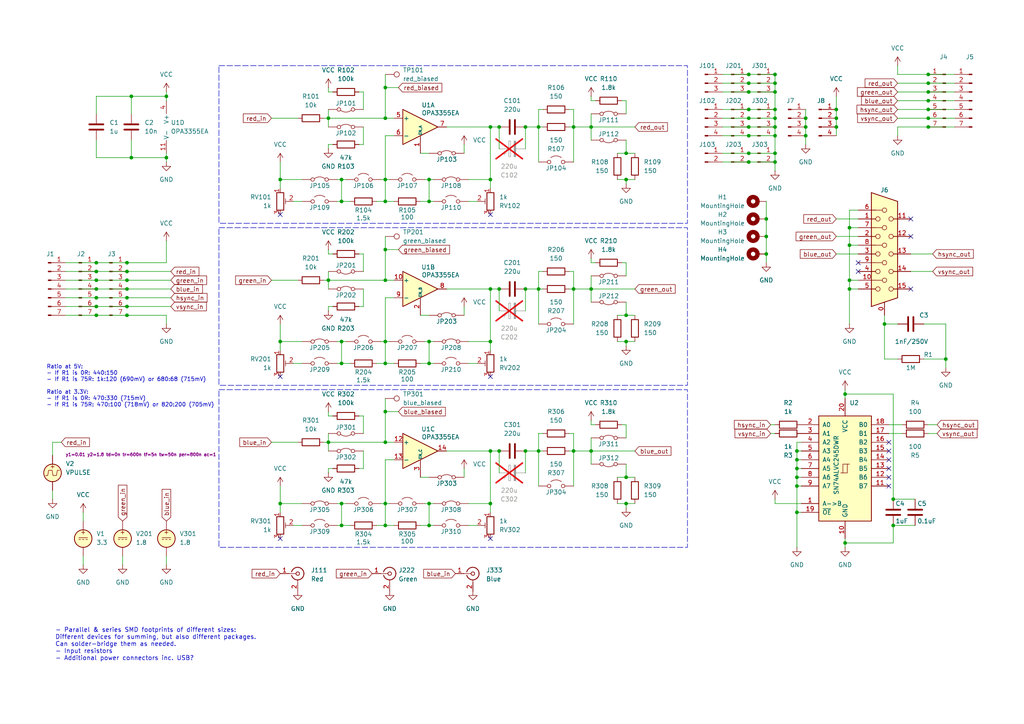
<source format=kicad_sch>
(kicad_sch (version 20231120) (generator "eeschema") (generator_version "8.0")
  (paper "A4")
  (junction (at 124.46 99.06))
  (junction (at 48.26 45.72))
  (junction (at 233.68 34.29))
  (junction (at 124.46 105.41))
  (junction (at 259.08 152.4))
  (junction (at 142.24 36.83))
  (junction (at 111.76 99.06))
  (junction (at 224.79 26.67))
  (junction (at 99.06 58.42))
  (junction (at 99.06 52.07))
  (junction (at 245.11 157.48))
  (junction (at 111.76 119.38))
  (junction (at 222.25 63.5))
  (junction (at 171.45 36.83))
  (junction (at 166.37 83.82))
  (junction (at 269.24 24.13))
  (junction (at 142.24 146.05))
  (junction (at 224.79 44.45))
  (junction (at 36.83 83.82))
  (junction (at 166.37 130.81))
  (junction (at 181.61 91.44))
  (junction (at 144.78 36.83))
  (junction (at 142.24 130.81))
  (junction (at 81.28 52.07))
  (junction (at 217.17 46.99))
  (junction (at 124.46 146.05))
  (junction (at 231.14 148.59))
  (junction (at 111.76 152.4))
  (junction (at 36.83 78.74))
  (junction (at 231.14 138.43))
  (junction (at 99.06 152.4))
  (junction (at 171.45 130.81))
  (junction (at 242.57 31.75))
  (junction (at 224.79 39.37))
  (junction (at 269.24 31.75))
  (junction (at 27.94 91.44))
  (junction (at 142.24 52.07))
  (junction (at 217.17 21.59))
  (junction (at 231.14 135.89))
  (junction (at 27.94 78.74))
  (junction (at 95.25 128.27))
  (junction (at 259.08 144.78))
  (junction (at 156.21 130.81))
  (junction (at 217.17 36.83))
  (junction (at 181.61 52.07))
  (junction (at 246.38 71.12))
  (junction (at 222.25 73.66))
  (junction (at 111.76 58.42))
  (junction (at 224.79 24.13))
  (junction (at 224.79 21.59))
  (junction (at 111.76 34.29))
  (junction (at 231.14 140.97))
  (junction (at 152.4 83.82))
  (junction (at 181.61 99.06))
  (junction (at 27.94 76.2))
  (junction (at 99.06 146.05))
  (junction (at 36.83 88.9))
  (junction (at 111.76 128.27))
  (junction (at 246.38 81.28))
  (junction (at 81.28 146.05))
  (junction (at 27.94 83.82))
  (junction (at 274.32 104.14))
  (junction (at 27.94 81.28))
  (junction (at 231.14 133.35))
  (junction (at 181.61 138.43))
  (junction (at 269.24 21.59))
  (junction (at 246.38 66.04))
  (junction (at 217.17 31.75))
  (junction (at 95.25 81.28))
  (junction (at 233.68 36.83))
  (junction (at 38.1 27.94))
  (junction (at 242.57 36.83))
  (junction (at 48.26 27.94))
  (junction (at 245.11 114.3))
  (junction (at 181.61 44.45))
  (junction (at 81.28 99.06))
  (junction (at 95.25 34.29))
  (junction (at 111.76 25.4))
  (junction (at 166.37 36.83))
  (junction (at 38.1 45.72))
  (junction (at 224.79 34.29))
  (junction (at 99.06 105.41))
  (junction (at 27.94 86.36))
  (junction (at 217.17 44.45))
  (junction (at 171.45 83.82))
  (junction (at 152.4 130.81))
  (junction (at 269.24 26.67))
  (junction (at 269.24 34.29))
  (junction (at 242.57 34.29))
  (junction (at 256.54 93.98))
  (junction (at 231.14 130.81))
  (junction (at 217.17 26.67))
  (junction (at 111.76 146.05))
  (junction (at 152.4 36.83))
  (junction (at 36.83 81.28))
  (junction (at 99.06 99.06))
  (junction (at 27.94 88.9))
  (junction (at 156.21 83.82))
  (junction (at 124.46 52.07))
  (junction (at 144.78 83.82))
  (junction (at 269.24 36.83))
  (junction (at 233.68 39.37))
  (junction (at 111.76 105.41))
  (junction (at 224.79 46.99))
  (junction (at 36.83 76.2))
  (junction (at 142.24 99.06))
  (junction (at 269.24 29.21))
  (junction (at 124.46 58.42))
  (junction (at 156.21 36.83))
  (junction (at 36.83 91.44))
  (junction (at 111.76 52.07))
  (junction (at 111.76 81.28))
  (junction (at 142.24 83.82))
  (junction (at 224.79 36.83))
  (junction (at 181.61 146.05))
  (junction (at 222.25 68.58))
  (junction (at 224.79 31.75))
  (junction (at 36.83 86.36))
  (junction (at 111.76 72.39))
  (junction (at 217.17 34.29))
  (junction (at 246.38 83.82))
  (junction (at 217.17 39.37))
  (junction (at 124.46 152.4))
  (junction (at 144.78 130.81))
  (junction (at 217.17 24.13))
  (no_connect (at 81.28 62.23))
  (no_connect (at 257.81 135.89))
  (no_connect (at 257.81 133.35))
  (no_connect (at 81.28 156.21))
  (no_connect (at 264.16 68.58))
  (no_connect (at 264.16 63.5))
  (no_connect (at 81.28 109.22))
  (no_connect (at 142.24 109.22))
  (no_connect (at 257.81 130.81))
  (no_connect (at 142.24 156.21))
  (no_connect (at 257.81 128.27))
  (no_connect (at 257.81 140.97))
  (no_connect (at 257.81 138.43))
  (no_connect (at 264.16 83.82))
  (no_connect (at 248.92 76.2))
  (no_connect (at 248.92 78.74))
  (no_connect (at 142.24 62.23))
  (wire (pts (xy 260.35 104.14) (xy 256.54 104.14)))
  (wire (pts (xy 165.1 125.73) (xy 166.37 125.73)))
  (wire (pts (xy 121.92 58.42) (xy 124.46 58.42)))
  (wire (pts (xy 260.35 19.05) (xy 260.35 21.59)))
  (wire (pts (xy 124.46 146.05) (xy 124.46 152.4)))
  (wire (pts (xy 36.83 78.74) (xy 49.53 78.74)))
  (wire (pts (xy 81.28 46.99) (xy 81.28 52.07)))
  (wire (pts (xy 111.76 68.58) (xy 111.76 72.39)))
  (wire (pts (xy 105.41 26.67) (xy 105.41 31.75)))
  (wire (pts (xy 246.38 60.96) (xy 246.38 66.04)))
  (wire (pts (xy 123.19 146.05) (xy 124.46 146.05)))
  (wire (pts (xy 105.41 41.91) (xy 105.41 36.83)))
  (wire (pts (xy 209.55 31.75) (xy 217.17 31.75)))
  (wire (pts (xy 97.79 105.41) (xy 99.06 105.41)))
  (wire (pts (xy 111.76 39.37) (xy 114.3 39.37)))
  (wire (pts (xy 19.05 83.82) (xy 27.94 83.82)))
  (wire (pts (xy 157.48 31.75) (xy 156.21 31.75)))
  (wire (pts (xy 35.56 161.29) (xy 35.56 163.83)))
  (wire (pts (xy 152.4 83.82) (xy 156.21 83.82)))
  (wire (pts (xy 171.45 127) (xy 171.45 130.81)))
  (wire (pts (xy 181.61 44.45) (xy 184.15 44.45)))
  (wire (pts (xy 217.17 44.45) (xy 224.79 44.45)))
  (wire (pts (xy 142.24 146.05) (xy 142.24 148.59)))
  (wire (pts (xy 231.14 133.35) (xy 232.41 133.35)))
  (wire (pts (xy 27.94 86.36) (xy 36.83 86.36)))
  (wire (pts (xy 95.25 43.18) (xy 95.25 41.91)))
  (wire (pts (xy 165.1 78.74) (xy 166.37 78.74)))
  (wire (pts (xy 166.37 31.75) (xy 166.37 36.83)))
  (wire (pts (xy 231.14 138.43) (xy 232.41 138.43)))
  (wire (pts (xy 209.55 34.29) (xy 217.17 34.29)))
  (wire (pts (xy 99.06 146.05) (xy 100.33 146.05)))
  (wire (pts (xy 95.25 72.39) (xy 95.25 73.66)))
  (wire (pts (xy 242.57 68.58) (xy 248.92 68.58)))
  (wire (pts (xy 81.28 146.05) (xy 81.28 148.59)))
  (wire (pts (xy 134.62 41.91) (xy 134.62 44.45)))
  (wire (pts (xy 27.94 76.2) (xy 36.83 76.2)))
  (wire (pts (xy 171.45 83.82) (xy 184.15 83.82)))
  (wire (pts (xy 27.94 33.02) (xy 27.94 27.94)))
  (wire (pts (xy 129.54 83.82) (xy 142.24 83.82)))
  (wire (pts (xy 95.25 83.82) (xy 95.25 81.28)))
  (wire (pts (xy 27.94 40.64) (xy 27.94 45.72)))
  (wire (pts (xy 223.52 125.73) (xy 224.79 125.73)))
  (wire (pts (xy 111.76 52.07) (xy 111.76 58.42)))
  (wire (pts (xy 270.51 73.66) (xy 264.16 73.66)))
  (wire (pts (xy 121.92 105.41) (xy 124.46 105.41)))
  (wire (pts (xy 104.14 88.9) (xy 105.41 88.9)))
  (wire (pts (xy 181.61 87.63) (xy 181.61 91.44)))
  (wire (pts (xy 93.98 34.29) (xy 95.25 34.29)))
  (wire (pts (xy 260.35 24.13) (xy 269.24 24.13)))
  (wire (pts (xy 231.14 148.59) (xy 231.14 158.75)))
  (wire (pts (xy 135.89 99.06) (xy 142.24 99.06)))
  (wire (pts (xy 111.76 34.29) (xy 114.3 34.29)))
  (wire (pts (xy 144.78 36.83) (xy 144.78 43.18)))
  (wire (pts (xy 181.61 29.21) (xy 181.61 33.02)))
  (wire (pts (xy 217.17 36.83) (xy 224.79 36.83)))
  (wire (pts (xy 260.35 34.29) (xy 269.24 34.29)))
  (wire (pts (xy 269.24 31.75) (xy 276.86 31.75)))
  (wire (pts (xy 274.32 104.14) (xy 274.32 106.68)))
  (wire (pts (xy 224.79 144.78) (xy 224.79 146.05)))
  (wire (pts (xy 93.98 81.28) (xy 95.25 81.28)))
  (wire (pts (xy 111.76 146.05) (xy 113.03 146.05)))
  (wire (pts (xy 81.28 140.97) (xy 81.28 146.05)))
  (wire (pts (xy 256.54 104.14) (xy 256.54 93.98)))
  (wire (pts (xy 181.61 99.06) (xy 181.61 100.33)))
  (wire (pts (xy 267.97 104.14) (xy 274.32 104.14)))
  (wire (pts (xy 265.43 144.78) (xy 259.08 144.78)))
  (wire (pts (xy 217.17 24.13) (xy 224.79 24.13)))
  (wire (pts (xy 111.76 99.06) (xy 111.76 105.41)))
  (wire (pts (xy 274.32 93.98) (xy 274.32 104.14)))
  (wire (pts (xy 111.76 52.07) (xy 113.03 52.07)))
  (wire (pts (xy 166.37 125.73) (xy 166.37 130.81)))
  (wire (pts (xy 95.25 73.66) (xy 96.52 73.66)))
  (wire (pts (xy 209.55 39.37) (xy 217.17 39.37)))
  (wire (pts (xy 171.45 121.92) (xy 171.45 123.19)))
  (wire (pts (xy 99.06 99.06) (xy 99.06 105.41)))
  (wire (pts (xy 124.46 105.41) (xy 125.73 105.41)))
  (wire (pts (xy 179.07 99.06) (xy 181.61 99.06)))
  (wire (pts (xy 95.25 125.73) (xy 95.25 128.27)))
  (wire (pts (xy 267.97 93.98) (xy 274.32 93.98)))
  (wire (pts (xy 224.79 31.75) (xy 224.79 34.29)))
  (wire (pts (xy 231.14 138.43) (xy 231.14 140.97)))
  (wire (pts (xy 36.83 86.36) (xy 49.53 86.36)))
  (wire (pts (xy 156.21 130.81) (xy 156.21 140.97)))
  (wire (pts (xy 115.57 72.39) (xy 111.76 72.39)))
  (wire (pts (xy 124.46 52.07) (xy 125.73 52.07)))
  (wire (pts (xy 171.45 76.2) (xy 172.72 76.2)))
  (wire (pts (xy 166.37 130.81) (xy 166.37 140.97)))
  (wire (pts (xy 224.79 44.45) (xy 224.79 46.99)))
  (wire (pts (xy 269.24 29.21) (xy 276.86 29.21)))
  (wire (pts (xy 15.24 128.27) (xy 15.24 132.08)))
  (wire (pts (xy 111.76 119.38) (xy 111.76 128.27)))
  (wire (pts (xy 224.79 24.13) (xy 224.79 26.67)))
  (wire (pts (xy 181.61 146.05) (xy 181.61 147.32)))
  (wire (pts (xy 124.46 152.4) (xy 125.73 152.4)))
  (wire (pts (xy 129.54 36.83) (xy 142.24 36.83)))
  (wire (pts (xy 246.38 81.28) (xy 248.92 81.28)))
  (wire (pts (xy 95.25 120.65) (xy 96.52 120.65)))
  (wire (pts (xy 19.05 76.2) (xy 27.94 76.2)))
  (wire (pts (xy 99.06 146.05) (xy 99.06 152.4)))
  (wire (pts (xy 166.37 83.82) (xy 166.37 93.98)))
  (wire (pts (xy 95.25 90.17) (xy 95.25 88.9)))
  (wire (pts (xy 105.41 120.65) (xy 105.41 125.73)))
  (wire (pts (xy 156.21 31.75) (xy 156.21 36.83)))
  (wire (pts (xy 81.28 99.06) (xy 81.28 101.6)))
  (wire (pts (xy 111.76 133.35) (xy 114.3 133.35)))
  (wire (pts (xy 111.76 39.37) (xy 111.76 52.07)))
  (wire (pts (xy 144.78 83.82) (xy 144.78 90.17)))
  (wire (pts (xy 246.38 83.82) (xy 246.38 93.98)))
  (wire (pts (xy 19.05 91.44) (xy 27.94 91.44)))
  (wire (pts (xy 85.09 58.42) (xy 87.63 58.42)))
  (wire (pts (xy 111.76 58.42) (xy 114.3 58.42)))
  (wire (pts (xy 104.14 135.89) (xy 105.41 135.89)))
  (wire (pts (xy 165.1 130.81) (xy 166.37 130.81)))
  (wire (pts (xy 129.54 130.81) (xy 142.24 130.81)))
  (wire (pts (xy 142.24 130.81) (xy 144.78 130.81)))
  (wire (pts (xy 180.34 76.2) (xy 181.61 76.2)))
  (wire (pts (xy 99.06 58.42) (xy 101.6 58.42)))
  (wire (pts (xy 257.81 125.73) (xy 261.62 125.73)))
  (wire (pts (xy 111.76 146.05) (xy 111.76 152.4)))
  (wire (pts (xy 135.89 146.05) (xy 142.24 146.05)))
  (wire (pts (xy 217.17 21.59) (xy 224.79 21.59)))
  (wire (pts (xy 209.55 26.67) (xy 217.17 26.67)))
  (wire (pts (xy 270.51 78.74) (xy 264.16 78.74)))
  (wire (pts (xy 111.76 21.59) (xy 111.76 25.4)))
  (wire (pts (xy 121.92 152.4) (xy 124.46 152.4)))
  (wire (pts (xy 144.78 130.81) (xy 144.78 137.16)))
  (wire (pts (xy 124.46 99.06) (xy 125.73 99.06)))
  (wire (pts (xy 245.11 114.3) (xy 245.11 115.57)))
  (wire (pts (xy 256.54 93.98) (xy 260.35 93.98)))
  (wire (pts (xy 97.79 152.4) (xy 99.06 152.4)))
  (wire (pts (xy 260.35 26.67) (xy 269.24 26.67)))
  (wire (pts (xy 95.25 34.29) (xy 111.76 34.29)))
  (wire (pts (xy 48.26 93.98) (xy 48.26 91.44)))
  (wire (pts (xy 48.26 27.94) (xy 48.26 29.21)))
  (wire (pts (xy 181.61 52.07) (xy 181.61 53.34)))
  (wire (pts (xy 181.61 134.62) (xy 181.61 138.43)))
  (wire (pts (xy 97.79 58.42) (xy 99.06 58.42)))
  (wire (pts (xy 209.55 21.59) (xy 217.17 21.59)))
  (wire (pts (xy 81.28 52.07) (xy 81.28 54.61)))
  (wire (pts (xy 152.4 36.83) (xy 152.4 43.18)))
  (wire (pts (xy 111.76 115.57) (xy 111.76 119.38)))
  (wire (pts (xy 110.49 146.05) (xy 111.76 146.05)))
  (wire (pts (xy 97.79 99.06) (xy 99.06 99.06)))
  (wire (pts (xy 181.61 123.19) (xy 181.61 127)))
  (wire (pts (xy 181.61 76.2) (xy 181.61 80.01)))
  (wire (pts (xy 269.24 34.29) (xy 276.86 34.29)))
  (wire (pts (xy 104.14 26.67) (xy 105.41 26.67)))
  (wire (pts (xy 231.14 148.59) (xy 232.41 148.59)))
  (wire (pts (xy 97.79 52.07) (xy 99.06 52.07)))
  (wire (pts (xy 27.94 91.44) (xy 36.83 91.44)))
  (wire (pts (xy 242.57 31.75) (xy 242.57 34.29)))
  (wire (pts (xy 259.08 152.4) (xy 259.08 157.48)))
  (wire (pts (xy 233.68 41.91) (xy 233.68 39.37)))
  (wire (pts (xy 111.76 81.28) (xy 114.3 81.28)))
  (wire (pts (xy 233.68 36.83) (xy 233.68 39.37)))
  (wire (pts (xy 166.37 83.82) (xy 171.45 83.82)))
  (wire (pts (xy 152.4 83.82) (xy 152.4 90.17)))
  (wire (pts (xy 111.76 105.41) (xy 114.3 105.41)))
  (wire (pts (xy 171.45 36.83) (xy 184.15 36.83)))
  (wire (pts (xy 179.07 52.07) (xy 181.61 52.07)))
  (wire (pts (xy 231.14 140.97) (xy 232.41 140.97)))
  (wire (pts (xy 123.19 99.06) (xy 124.46 99.06)))
  (wire (pts (xy 95.25 137.16) (xy 95.25 135.89)))
  (wire (pts (xy 181.61 138.43) (xy 184.15 138.43)))
  (wire (pts (xy 222.25 63.5) (xy 222.25 68.58)))
  (wire (pts (xy 224.79 21.59) (xy 224.79 24.13)))
  (wire (pts (xy 24.13 161.29) (xy 24.13 163.83)))
  (wire (pts (xy 217.17 26.67) (xy 224.79 26.67)))
  (wire (pts (xy 166.37 130.81) (xy 171.45 130.81)))
  (wire (pts (xy 36.83 83.82) (xy 49.53 83.82)))
  (wire (pts (xy 99.06 105.41) (xy 101.6 105.41)))
  (wire (pts (xy 259.08 152.4) (xy 265.43 152.4)))
  (wire (pts (xy 171.45 80.01) (xy 171.45 83.82)))
  (wire (pts (xy 242.57 34.29) (xy 242.57 36.83)))
  (wire (pts (xy 121.92 44.45) (xy 124.46 44.45)))
  (wire (pts (xy 95.25 78.74) (xy 95.25 81.28)))
  (wire (pts (xy 95.25 41.91) (xy 96.52 41.91)))
  (wire (pts (xy 104.14 41.91) (xy 105.41 41.91)))
  (wire (pts (xy 181.61 146.05) (xy 184.15 146.05)))
  (wire (pts (xy 231.14 128.27) (xy 231.14 130.81)))
  (wire (pts (xy 105.41 88.9) (xy 105.41 83.82)))
  (wire (pts (xy 242.57 73.66) (xy 248.92 73.66)))
  (wire (pts (xy 152.4 130.81) (xy 152.4 137.16)))
  (wire (pts (xy 124.46 99.06) (xy 124.46 105.41)))
  (wire (pts (xy 95.25 31.75) (xy 95.25 34.29)))
  (wire (pts (xy 36.83 91.44) (xy 48.26 91.44)))
  (wire (pts (xy 134.62 135.89) (xy 134.62 138.43)))
  (wire (pts (xy 269.24 125.73) (xy 271.78 125.73)))
  (wire (pts (xy 135.89 52.07) (xy 142.24 52.07)))
  (wire (pts (xy 27.94 88.9) (xy 36.83 88.9)))
  (wire (pts (xy 165.1 31.75) (xy 166.37 31.75)))
  (wire (pts (xy 156.21 83.82) (xy 157.48 83.82)))
  (wire (pts (xy 171.45 33.02) (xy 171.45 36.83)))
  (wire (pts (xy 260.35 29.21) (xy 269.24 29.21)))
  (wire (pts (xy 105.41 73.66) (xy 105.41 78.74)))
  (wire (pts (xy 135.89 152.4) (xy 138.43 152.4)))
  (wire (pts (xy 245.11 157.48) (xy 259.08 157.48)))
  (wire (pts (xy 156.21 36.83) (xy 157.48 36.83)))
  (wire (pts (xy 222.25 68.58) (xy 222.25 73.66)))
  (wire (pts (xy 27.94 27.94) (xy 38.1 27.94)))
  (wire (pts (xy 246.38 66.04) (xy 246.38 71.12)))
  (wire (pts (xy 260.35 36.83) (xy 269.24 36.83)))
  (wire (pts (xy 38.1 27.94) (xy 48.26 27.94)))
  (wire (pts (xy 121.92 138.43) (xy 124.46 138.43)))
  (wire (pts (xy 209.55 44.45) (xy 217.17 44.45)))
  (wire (pts (xy 165.1 83.82) (xy 166.37 83.82)))
  (wire (pts (xy 233.68 31.75) (xy 233.68 34.29)))
  (wire (pts (xy 224.79 26.67) (xy 224.79 31.75)))
  (wire (pts (xy 24.13 148.59) (xy 24.13 151.13)))
  (wire (pts (xy 111.76 128.27) (xy 114.3 128.27)))
  (wire (pts (xy 38.1 33.02) (xy 38.1 27.94)))
  (wire (pts (xy 224.79 39.37) (xy 224.79 44.45)))
  (wire (pts (xy 259.08 144.78) (xy 259.08 114.3)))
  (wire (pts (xy 124.46 146.05) (xy 125.73 146.05)))
  (wire (pts (xy 245.11 158.75) (xy 245.11 157.48)))
  (wire (pts (xy 152.4 130.81) (xy 156.21 130.81)))
  (wire (pts (xy 171.45 29.21) (xy 172.72 29.21)))
  (wire (pts (xy 171.45 74.93) (xy 171.45 76.2)))
  (wire (pts (xy 245.11 157.48) (xy 245.11 156.21)))
  (wire (pts (xy 157.48 125.73) (xy 156.21 125.73)))
  (wire (pts (xy 81.28 52.07) (xy 87.63 52.07)))
  (wire (pts (xy 135.89 105.41) (xy 138.43 105.41)))
  (wire (pts (xy 142.24 36.83) (xy 144.78 36.83)))
  (wire (pts (xy 257.81 123.19) (xy 261.62 123.19)))
  (wire (pts (xy 180.34 123.19) (xy 181.61 123.19)))
  (wire (pts (xy 181.61 91.44) (xy 184.15 91.44)))
  (wire (pts (xy 36.83 76.2) (xy 48.26 76.2)))
  (wire (pts (xy 179.07 91.44) (xy 181.61 91.44)))
  (wire (pts (xy 171.45 27.94) (xy 171.45 29.21)))
  (wire (pts (xy 110.49 99.06) (xy 111.76 99.06)))
  (wire (pts (xy 109.22 58.42) (xy 111.76 58.42)))
  (wire (pts (xy 224.79 36.83) (xy 224.79 39.37)))
  (wire (pts (xy 142.24 36.83) (xy 142.24 52.07)))
  (wire (pts (xy 95.25 119.38) (xy 95.25 120.65)))
  (wire (pts (xy 209.55 46.99) (xy 217.17 46.99)))
  (wire (pts (xy 78.74 128.27) (xy 86.36 128.27)))
  (wire (pts (xy 99.06 52.07) (xy 99.06 58.42)))
  (wire (pts (xy 233.68 34.29) (xy 233.68 36.83)))
  (wire (pts (xy 124.46 58.42) (xy 125.73 58.42)))
  (wire (pts (xy 111.76 152.4) (xy 114.3 152.4)))
  (wire (pts (xy 19.05 86.36) (xy 27.94 86.36)))
  (wire (pts (xy 224.79 34.29) (xy 224.79 36.83)))
  (wire (pts (xy 109.22 152.4) (xy 111.76 152.4)))
  (wire (pts (xy 38.1 45.72) (xy 48.26 45.72)))
  (wire (pts (xy 111.76 99.06) (xy 113.03 99.06)))
  (wire (pts (xy 99.06 99.06) (xy 100.33 99.06)))
  (wire (pts (xy 209.55 24.13) (xy 217.17 24.13)))
  (wire (pts (xy 156.21 78.74) (xy 156.21 83.82)))
  (wire (pts (xy 222.25 58.42) (xy 222.25 63.5)))
  (wire (pts (xy 246.38 81.28) (xy 246.38 83.82)))
  (wire (pts (xy 156.21 130.81) (xy 157.48 130.81)))
  (wire (pts (xy 179.07 138.43) (xy 181.61 138.43)))
  (wire (pts (xy 260.35 39.37) (xy 260.35 36.83)))
  (wire (pts (xy 95.25 36.83) (xy 95.25 34.29)))
  (wire (pts (xy 111.76 133.35) (xy 111.76 146.05)))
  (wire (pts (xy 217.17 39.37) (xy 224.79 39.37)))
  (wire (pts (xy 36.83 81.28) (xy 49.53 81.28)))
  (wire (pts (xy 85.09 152.4) (xy 87.63 152.4)))
  (wire (pts (xy 48.26 44.45) (xy 48.26 45.72)))
  (wire (pts (xy 115.57 119.38) (xy 111.76 119.38)))
  (wire (pts (xy 99.06 152.4) (xy 101.6 152.4)))
  (wire (pts (xy 95.25 88.9) (xy 96.52 88.9)))
  (wire (pts (xy 123.19 52.07) (xy 124.46 52.07)))
  (wire (pts (xy 110.49 52.07) (xy 111.76 52.07)))
  (wire (pts (xy 260.35 21.59) (xy 269.24 21.59)))
  (wire (pts (xy 231.14 130.81) (xy 231.14 133.35)))
  (wire (pts (xy 259.08 114.3) (xy 245.11 114.3)))
  (wire (pts (xy 142.24 99.06) (xy 142.24 101.6)))
  (wire (pts (xy 142.24 52.07) (xy 142.24 54.61)))
  (wire (pts (xy 99.06 52.07) (xy 100.33 52.07)))
  (wire (pts (xy 171.45 130.81) (xy 184.15 130.81)))
  (wire (pts (xy 85.09 105.41) (xy 87.63 105.41)))
  (wire (pts (xy 242.57 27.94) (xy 242.57 31.75)))
  (wire (pts (xy 246.38 71.12) (xy 248.92 71.12)))
  (wire (pts (xy 111.76 72.39) (xy 111.76 81.28)))
  (wire (pts (xy 81.28 99.06) (xy 87.63 99.06)))
  (wire (pts (xy 95.25 128.27) (xy 111.76 128.27)))
  (wire (pts (xy 222.25 76.2) (xy 222.25 73.66)))
  (wire (pts (xy 217.17 34.29) (xy 224.79 34.29)))
  (wire (pts (xy 78.74 81.28) (xy 86.36 81.28)))
  (wire (pts (xy 27.94 81.28) (xy 36.83 81.28)))
  (wire (pts (xy 135.89 58.42) (xy 138.43 58.42)))
  (wire (pts (xy 231.14 133.35) (xy 231.14 135.89)))
  (wire (pts (xy 81.28 93.98) (xy 81.28 99.06)))
  (wire (pts (xy 111.76 86.36) (xy 114.3 86.36)))
  (wire (pts (xy 109.22 105.41) (xy 111.76 105.41)))
  (wire (pts (xy 180.34 29.21) (xy 181.61 29.21)))
  (wire (pts (xy 256.54 91.44) (xy 256.54 93.98)))
  (wire (pts (xy 179.07 146.05) (xy 181.61 146.05)))
  (wire (pts (xy 48.26 45.72) (xy 48.26 46.99)))
  (wire (pts (xy 171.45 130.81) (xy 171.45 134.62)))
  (wire (pts (xy 231.14 128.27) (xy 232.41 128.27)))
  (wire (pts (xy 152.4 36.83) (xy 156.21 36.83)))
  (wire (pts (xy 246.38 66.04) (xy 248.92 66.04)))
  (wire (pts (xy 142.24 83.82) (xy 144.78 83.82)))
  (wire (pts (xy 124.46 52.07) (xy 124.46 58.42)))
  (wire (pts (xy 97.79 146.05) (xy 99.06 146.05)))
  (wire (pts (xy 242.57 63.5) (xy 248.92 63.5)))
  (wire (pts (xy 231.14 130.81) (xy 232.41 130.81)))
  (wire (pts (xy 231.14 140.97) (xy 231.14 148.59)))
  (wire (pts (xy 166.37 36.83) (xy 166.37 46.99)))
  (wire (pts (xy 181.61 40.64) (xy 181.61 44.45)))
  (wire (pts (xy 171.45 36.83) (xy 171.45 40.64)))
  (wire (pts (xy 95.25 130.81) (xy 95.25 128.27)))
  (wire (pts (xy 231.14 135.89) (xy 231.14 138.43)))
  (wire (pts (xy 111.76 25.4) (xy 111.76 34.29)))
  (wire (pts (xy 105.41 135.89) (xy 105.41 130.81)))
  (wire (pts (xy 223.52 123.19) (xy 224.79 123.19)))
  (wire (pts (xy 17.78 128.27) (xy 15.24 128.27)))
  (wire (pts (xy 269.24 123.19) (xy 271.78 123.19)))
  (wire (pts (xy 27.94 83.82) (xy 36.83 83.82)))
  (wire (pts (xy 165.1 36.83) (xy 166.37 36.83)))
  (wire (pts (xy 95.25 25.4) (xy 95.25 26.67)))
  (wire (pts (xy 231.14 135.89) (xy 232.41 135.89)))
  (wire (pts (xy 260.35 31.75) (xy 269.24 31.75)))
  (wire (pts (xy 27.94 78.74) (xy 36.83 78.74)))
  (wire (pts (xy 209.55 36.83) (xy 217.17 36.83)))
  (wire (pts (xy 121.92 91.44) (xy 124.46 91.44)))
  (wire (pts (xy 48.26 161.29) (xy 48.26 163.83)))
  (wire (pts (xy 156.21 83.82) (xy 156.21 93.98)))
  (wire (pts (xy 269.24 24.13) (xy 276.86 24.13)))
  (wire (pts (xy 15.24 142.24) (xy 15.24 144.78)))
  (wire (pts (xy 217.17 31.75) (xy 224.79 31.75)))
  (wire (pts (xy 181.61 52.07) (xy 184.15 52.07)))
  (wire (pts (xy 246.38 71.12) (xy 246.38 81.28)))
  (wire (pts (xy 269.24 36.83) (xy 276.86 36.83)))
  (wire (pts (xy 179.07 44.45) (xy 181.61 44.45)))
  (wire (pts (xy 217.17 46.99) (xy 224.79 46.99)))
  (wire (pts (xy 38.1 40.64) (xy 38.1 45.72)))
  (wire (pts (xy 224.79 49.53) (xy 224.79 46.99)))
  (wire (pts (xy 142.24 83.82) (xy 142.24 99.06)))
  (wire (pts (xy 104.14 73.66) (xy 105.41 73.66)))
  (wire (pts (xy 36.83 88.9) (xy 49.53 88.9)))
  (wire (pts (xy 157.48 78.74) (xy 156.21 78.74)))
  (wire (pts (xy 156.21 36.83) (xy 156.21 46.99)))
  (wire (pts (xy 48.26 69.85) (xy 48.26 76.2)))
  (wire (pts (xy 27.94 45.72) (xy 38.1 45.72)))
  (wire (pts (xy 115.57 25.4) (xy 111.76 25.4)))
  (wire (pts (xy 156.21 125.73) (xy 156.21 130.81)))
  (wire (pts (xy 171.45 83.82) (xy 171.45 87.63)))
  (wire (pts (xy 242.57 36.83) (xy 242.57 39.37)))
  (wire (pts (xy 95.25 26.67) (xy 96.52 26.67)))
  (wire (pts (xy 81.28 146.05) (xy 87.63 146.05)))
  (wire (pts (xy 224.79 146.05) (xy 232.41 146.05)))
  (wire (pts (xy 48.26 26.67) (xy 48.26 27.94)))
  (wire (pts (xy 269.24 21.59) (xy 276.86 21.59)))
  (wire (pts (xy 245.11 113.03) (xy 245.11 114.3)))
  (wire (pts (xy 248.92 60.96) (xy 246.38 60.96)))
  (wire (pts (xy 246.38 83.82) (xy 248.92 83.82)))
  (wire (pts (xy 111.76 86.36) (xy 111.76 99.06)))
  (wire (pts (xy 166.37 36.83) (xy 171.45 36.83)))
  (wire (pts (xy 142.24 130.81) (xy 142.24 146.05)))
  (wire (pts (xy 78.74 34.29) (xy 86.36 34.29)))
  (wire (pts (xy 171.45 123.19) (xy 172.72 123.19)))
  (wire (pts (xy 19.05 88.9) (xy 27.94 88.9)))
  (wire (pts (xy 93.98 128.27) (xy 95.25 128.27)))
  (wire (pts (xy 104.14 120.65) (xy 105.41 120.65)))
  (wire (pts (xy 166.37 78.74) (xy 166.37 83.82)))
  (wire (pts (xy 269.24 26.67) (xy 276.86 26.67)))
  (wire (pts (xy 95.25 81.28) (xy 111.76 81.28)))
  (wire (pts (xy 19.05 78.74) (xy 27.94 78.74)))
  (wire (pts (xy 19.05 81.28) (xy 27.94 81.28)))
  (wire (pts (xy 134.62 88.9) (xy 134.62 91.44)))
  (wire (pts (xy 181.61 99.06) (xy 184.15 99.06)))
  (wire (pts (xy 95.25 135.89) (xy 96.52 135.89)))
  (rectangle (start 63.5 113.03) (end 199.39 158.75) (stroke (width 0) (type dash)))
  (rectangle (start 63.5 66.04) (end 199.39 111.76) (stroke (width 0) (type dash)))
  (rectangle (start 63.5 19.05) (end 199.39 64.77) (stroke (width 0) (type dash)))
  (text "- Parallel & series SMD footprints of different sizes:\nDifferent devices for summing, but also different packages.\nCan solder-bridge them as needed.\n- Input resistors\n- Additional power connectors inc. USB?\n" (at 16.002 186.944 0) (effects (font (size 1.27 1.27)) (justify left)))
  (text "Ratio at 5V:\n- If R1 is 0R: 440:150\n- If R1 is 75R: 1k:120 (690mV) or 680:68 (715mV)\n\nRatio at 3.3V:\n- If R1 is 0R: 470:330 (715mV)\n- If R1 is 75R: 470:100 (718mV) or 820:200 (705mV)\n" (at 13.462 112.014 0) (effects (font (size 1.143 1.143)) (justify left)))
  (global_label "red_out" (shape input) (at 242.57 63.5 180) (property "Intersheetrefs" "${INTERSHEET_REFS}" (effects (hide yes))))
  (global_label "green_in" (shape input) (at 49.53 81.28 0) (property "Intersheetrefs" "${INTERSHEET_REFS}" (effects (hide yes))))
  (global_label "vsync_in" (shape input) (at 223.52 125.73 180) (property "Intersheetrefs" "${INTERSHEET_REFS}" (effects (hide yes))))
  (global_label "red_out" (shape input) (at 184.15 36.83 0) (property "Intersheetrefs" "${INTERSHEET_REFS}" (effects (hide yes))))
  (global_label "red_biased" (shape input) (at 115.57 25.4 0) (property "Intersheetrefs" "${INTERSHEET_REFS}" (effects (hide yes))))
  (global_label "green_out" (shape input) (at 184.15 83.82 0) (property "Intersheetrefs" "${INTERSHEET_REFS}" (effects (hide yes))))
  (global_label "hsync_out" (shape input) (at 260.35 31.75 180) (property "Intersheetrefs" "${INTERSHEET_REFS}" (effects (hide yes))))
  (global_label "red_out" (shape input) (at 260.35 24.13 180) (property "Intersheetrefs" "${INTERSHEET_REFS}" (effects (hide yes))))
  (global_label "blue_out" (shape input) (at 184.15 130.81 0) (property "Intersheetrefs" "${INTERSHEET_REFS}" (effects (hide yes))))
  (global_label "blue_in" (shape input) (at 48.26 151.13 90) (property "Intersheetrefs" "${INTERSHEET_REFS}" (effects (hide yes))))
  (global_label "vsync_out" (shape input) (at 270.51 78.74 0) (property "Intersheetrefs" "${INTERSHEET_REFS}" (effects (hide yes))))
  (global_label "blue_in" (shape input) (at 78.74 128.27 180) (property "Intersheetrefs" "${INTERSHEET_REFS}" (effects (hide yes))))
  (global_label "red_in" (shape input) (at 78.74 34.29 180) (property "Intersheetrefs" "${INTERSHEET_REFS}" (effects (hide yes))))
  (global_label "blue_biased" (shape input) (at 115.57 119.38 0) (property "Intersheetrefs" "${INTERSHEET_REFS}" (effects (hide yes))))
  (global_label "green_out" (shape input) (at 260.35 26.67 180) (property "Intersheetrefs" "${INTERSHEET_REFS}" (effects (hide yes))))
  (global_label "green_in" (shape input) (at 78.74 81.28 180) (property "Intersheetrefs" "${INTERSHEET_REFS}" (effects (hide yes))))
  (global_label "blue_out" (shape input) (at 242.57 73.66 180) (property "Intersheetrefs" "${INTERSHEET_REFS}" (effects (hide yes))))
  (global_label "green_in" (shape input) (at 35.56 151.13 90) (property "Intersheetrefs" "${INTERSHEET_REFS}" (effects (hide yes))))
  (global_label "hsync_out" (shape input) (at 271.78 123.19 0) (property "Intersheetrefs" "${INTERSHEET_REFS}" (effects (hide yes))))
  (global_label "hsync_in" (shape input) (at 49.53 86.36 0) (property "Intersheetrefs" "${INTERSHEET_REFS}" (effects (hide yes))))
  (global_label "red_in" (shape input) (at 81.28 166.37 180) (property "Intersheetrefs" "${INTERSHEET_REFS}" (effects (hide yes))))
  (global_label "vsync_out" (shape input) (at 271.78 125.73 0) (property "Intersheetrefs" "${INTERSHEET_REFS}" (effects (hide yes))))
  (global_label "red_in" (shape input) (at 49.53 78.74 0) (property "Intersheetrefs" "${INTERSHEET_REFS}" (effects (hide yes))))
  (global_label "hsync_out" (shape input) (at 270.51 73.66 0) (property "Intersheetrefs" "${INTERSHEET_REFS}" (effects (hide yes))))
  (global_label "blue_out" (shape input) (at 260.35 29.21 180) (property "Intersheetrefs" "${INTERSHEET_REFS}" (effects (hide yes))))
  (global_label "vsync_in" (shape input) (at 49.53 88.9 0) (property "Intersheetrefs" "${INTERSHEET_REFS}" (effects (hide yes))))
  (global_label "green_biased" (shape input) (at 115.57 72.39 0) (property "Intersheetrefs" "${INTERSHEET_REFS}" (effects (hide yes))))
  (global_label "hsync_in" (shape input) (at 223.52 123.19 180) (property "Intersheetrefs" "${INTERSHEET_REFS}" (effects (hide yes))))
  (global_label "green_out" (shape input) (at 242.57 68.58 180) (property "Intersheetrefs" "${INTERSHEET_REFS}" (effects (hide yes))))
  (global_label "red_in" (shape input) (at 17.78 128.27 0) (property "Intersheetrefs" "${INTERSHEET_REFS}" (effects (hide yes))))
  (global_label "blue_in" (shape input) (at 49.53 83.82 0) (property "Intersheetrefs" "${INTERSHEET_REFS}" (effects (hide yes))))
  (global_label "blue_in" (shape input) (at 132.08 166.37 180) (property "Intersheetrefs" "${INTERSHEET_REFS}" (effects (hide yes))))
  (global_label "vsync_out" (shape input) (at 260.35 34.29 180) (property "Intersheetrefs" "${INTERSHEET_REFS}" (effects (hide yes))))
  (global_label "green_in" (shape input) (at 107.95 166.37 180) (property "Intersheetrefs" "${INTERSHEET_REFS}" (effects (hide yes))))
  (symbol (lib_id "power:VCC") (at 95.25 119.38 0) (unit 1)
    (property "Reference" "#PWR027" (effects (hide yes)))
    (property "Value" "VCC" (at 95.25 114.3 0))
    (property "Description" "Power symbol creates a global label with name \"VCC\"" (effects (hide yes)))
  )
  (symbol (lib_id "Jumper:Jumper_2_Open") (at 118.11 146.05 0) (unit 1) (exclude_from_sim yes)
    (property "Reference" "JP307" (at 118.11 147.828 0))
    (property "Value" "Jumper_2_Open" (effects (hide yes)))
    (property "Footprint" "Connector_PinHeader_2.54mm:PinHeader_1x02_P2.54mm_Vertical" (effects (hide yes)))
    (property "Description" "Jumper, 2-pole, open" (effects (hide yes)))
  )
  (symbol (lib_id "Device:C") (at 265.43 148.59 0) (unit 1) (exclude_from_sim yes)
    (property "Reference" "C5" (at 266.065 146.05 0) (effects (justify left)))
    (property "Value" "0.1uF" (at 266.065 151.13 0) (effects (justify left)))
    (property "Footprint" "Anton Kicad Footprints Lib:SMD_Passive_HandSolder_0603_to_1210" (effects (hide yes)))
  )
  (symbol (lib_id "Device:R") (at 105.41 152.4 270) (unit 1)
    (property "Reference" "R304" (at 105.41 154.94 90))
    (property "Value" "1.5k" (at 105.41 157.226 90))
    (property "Footprint" "Anton Kicad Footprints Lib:SMD_Passive_HandSolder_0603_to_1210" (effects (hide yes)))
    (property "Description" "Resistor" (effects (hide yes)))
  )
  (symbol (lib_id "Device:R") (at 100.33 88.9 270) (unit 1)
    (property "Reference" "R203" (at 100.33 95.25 90))
    (property "Value" "47k" (at 100.33 92.71 90))
    (property "Footprint" "Anton Kicad Footprints Lib:SMD_Passive_HandSolder_0603_to_1210" (effects (hide yes)))
    (property "Description" "Resistor" (effects (hide yes)))
  )
  (symbol (lib_id "Jumper:Jumper_2_Bridged") (at 176.53 40.64 180) (unit 1)
    (property "Reference" "JP112" (at 176.53 38.862 0))
    (property "Value" "Jumper_2_Bridged" (effects (hide yes)))
    (property "Footprint" "Connector_PinHeader_2.54mm:PinHeader_1x02_P2.54mm_Vertical" (effects (hide yes)))
    (property "Description" "Jumper, 2-pole, closed/bridged" (effects (hide yes)))
    (property "Sim.Library" "jumper-nc-spice\\jumper-nc.spice" (effects (hide yes)))
    (property "Sim.Name" "jumper-nc" (effects (hide yes)))
    (property "Sim.Device" "SUBCKT" (effects (hide yes)))
    (property "Sim.Pins" "1=1 2=2" (effects (hide yes)))
  )
  (symbol (lib_id "Device:R") (at 176.53 123.19 90) (unit 1)
    (property "Reference" "R310" (at 176.53 116.84 90))
    (property "Value" "1.8k" (at 176.53 119.38 90))
    (property "Footprint" "Anton Kicad Footprints Lib:SMD_Passive_HandSolder_0603_to_1210" (effects (hide yes)))
    (property "Description" "Resistor" (effects (hide yes)))
  )
  (symbol (lib_id "Device:C_Polarized") (at 148.59 90.17 90) (unit 1) (exclude_from_sim yes) (dnp yes)
    (property "Reference" "C202" (at 147.701 97.79 90))
    (property "Value" "220u" (at 147.701 95.25 90))
    (property "Footprint" "Capacitor_THT:CP_Radial_D10.0mm_P2.50mm_P5.00mm" (effects (hide yes)))
    (property "Description" "Polarized capacitor" (effects (hide yes)))
  )
  (symbol (lib_id "power:VCC") (at 95.25 72.39 0) (unit 1)
    (property "Reference" "#PWR012" (effects (hide yes)))
    (property "Value" "VCC" (at 95.25 67.31 0))
    (property "Description" "Power symbol creates a global label with name \"VCC\"" (effects (hide yes)))
  )
  (symbol (lib_id "Jumper:Jumper_2_Open") (at 118.11 99.06 0) (unit 1) (exclude_from_sim yes)
    (property "Reference" "JP207" (at 118.11 100.838 0))
    (property "Value" "Jumper_2_Open" (effects (hide yes)))
    (property "Footprint" "Connector_PinHeader_2.54mm:PinHeader_1x02_P2.54mm_Vertical" (effects (hide yes)))
    (property "Description" "Jumper, 2-pole, open" (effects (hide yes)))
  )
  (symbol (lib_id "power:GND") (at 181.61 100.33 0) (unit 1)
    (property "Reference" "#PWR0305" (effects (hide yes)))
    (property "Value" "GND" (at 181.61 105.41 0))
    (property "Description" "Power symbol creates a global label with name \"GND\" , ground" (effects (hide yes)))
  )
  (symbol (lib_id "power:VCC") (at 48.26 69.85 0) (unit 1)
    (property "Reference" "#PWR09" (effects (hide yes)))
    (property "Value" "VCC" (at 48.26 64.77 0))
    (property "Description" "Power symbol creates a global label with name \"VCC\"" (effects (hide yes)))
  )
  (symbol (lib_id "Device:C") (at 148.59 130.81 90) (unit 1)
    (property "Reference" "C301" (at 148.59 123.19 90))
    (property "Value" "220u" (at 148.59 125.73 90))
    (property "Footprint" "Anton Kicad Footprints Lib:SMD_Passive_HandSolder_0603_to_1210" (effects (hide yes)))
    (property "Description" "Unpolarized capacitor" (effects (hide yes)))
  )
  (symbol (lib_id "Device:R") (at 100.33 41.91 270) (unit 1)
    (property "Reference" "R103" (at 100.33 48.26 90))
    (property "Value" "47k" (at 100.33 45.72 90))
    (property "Footprint" "Anton Kicad Footprints Lib:SMD_Passive_HandSolder_0603_to_1210" (effects (hide yes)))
    (property "Description" "Resistor" (effects (hide yes)))
  )
  (symbol (lib_id "Device:R") (at 184.15 142.24 180) (unit 1)
    (property "Reference" "R309" (at 186.69 140.9699 0) (effects (justify right)))
    (property "Value" "150" (at 186.69 143.5099 0) (effects (justify right)))
    (property "Footprint" "Anton Kicad Footprints Lib:SMD_Passive_HandSolder_0603_to_1210" (effects (hide yes)))
    (property "Description" "Resistor" (effects (hide yes)))
  )
  (symbol (lib_id "power:VCC") (at 81.28 93.98 0) (unit 1)
    (property "Reference" "#PWR011" (effects (hide yes)))
    (property "Value" "VCC" (at 81.28 88.9 0))
    (property "Description" "Power symbol creates a global label with name \"VCC\"" (effects (hide yes)))
  )
  (symbol (lib_id "Jumper:Jumper_2_Bridged") (at 176.53 87.63 180) (unit 1)
    (property "Reference" "JP212" (at 176.53 85.852 0))
    (property "Value" "Jumper_2_Bridged" (effects (hide yes)))
    (property "Footprint" "Connector_PinHeader_2.54mm:PinHeader_1x02_P2.54mm_Vertical" (effects (hide yes)))
    (property "Description" "Jumper, 2-pole, closed/bridged" (effects (hide yes)))
    (property "Sim.Library" "jumper-nc-spice\\jumper-nc.spice" (effects (hide yes)))
    (property "Sim.Name" "jumper-nc" (effects (hide yes)))
    (property "Sim.Device" "SUBCKT" (effects (hide yes)))
    (property "Sim.Pins" "1=1 2=2" (effects (hide yes)))
  )
  (symbol (lib_id "Device:R") (at 161.29 130.81 90) (mirror x) (unit 1)
    (property "Reference" "R307" (at 161.29 137.16 90))
    (property "Value" "150" (at 161.29 134.62 90))
    (property "Footprint" "Anton Kicad Footprints Lib:SMD_Passive_HandSolder_0603_to_1210" (effects (hide yes)))
    (property "Description" "Resistor" (effects (hide yes)))
  )
  (symbol (lib_id "Anton:OPA3355EA") (at 121.92 83.82 0) (unit 2)
    (property "Reference" "U1" (at 124.206 77.47 0))
    (property "Value" "OPA3355EA" (at 127.762 79.756 0))
    (property "Footprint" "Anton Kicad Footprints Lib:TSSOP-14_4.4x5mm_P0.65mm_HandSolder" (effects (hide yes)))
    (property "Datasheet" "https://www.ti.com/lit/ds/symlink/opa355.pdf" (effects (hide yes)))
    (property "Description" "200MHz, CMOS, Operational amplifier, with shutdown, 14-TSSOP" (effects (hide yes)))
    (property "Sim.Library" "opa3355-spice\\OPA3355-3up.lib" (effects (hide yes)))
    (property "Sim.Name" "OPA3355-3up" (effects (hide yes)))
    (property "Sim.Device" "SUBCKT" (effects (hide yes)))
    (property "Sim.Pins" "1=en_a 2=en_b 3=en_c 4=v+ 5=+in_a 6=-in_a 7=out_a 8=out_b 9=-in_b 10=+in_b 11=v- 12=+in_c 13=-in_c 14=out_c" (effects (hide yes)))
  )
  (symbol (lib_id "Connector:Conn_01x07_Pin") (at 22.86 83.82 0) (unit 1) (exclude_from_sim yes)
    (property "Reference" "J2" (at 23.495 73.66 0))
    (property "Value" "Conn_01x07_Pin" (effects (hide yes)))
    (property "Footprint" "Connector_PinHeader_2.54mm:PinHeader_1x07_P2.54mm_Vertical" (effects (hide yes)))
    (property "Description" "Generic connector, single row, 01x07, script generated" (effects (hide yes)))
  )
  (symbol (lib_id "Jumper:Jumper_2_Bridged") (at 92.71 99.06 0) (unit 1)
    (property "Reference" "JP205" (at 92.71 100.838 0))
    (property "Value" "Jumper_2_Bridged" (effects (hide yes)))
    (property "Footprint" "Connector_PinHeader_2.54mm:PinHeader_1x02_P2.54mm_Vertical" (effects (hide yes)))
    (property "Description" "Jumper, 2-pole, closed/bridged" (effects (hide yes)))
    (property "Sim.Library" "jumper-nc-spice\\jumper-nc.spice" (effects (hide yes)))
    (property "Sim.Name" "jumper-nc" (effects (hide yes)))
    (property "Sim.Device" "SUBCKT" (effects (hide yes)))
    (property "Sim.Pins" "1=1 2=2" (effects (hide yes)))
  )
  (symbol (lib_id "Jumper:Jumper_2_Open") (at 92.71 58.42 0) (unit 1) (exclude_from_sim yes)
    (property "Reference" "JP109" (at 92.71 60.198 0))
    (property "Value" "Jumper_2_Open" (effects (hide yes)))
    (property "Footprint" "Connector_PinHeader_2.54mm:PinHeader_1x02_P2.54mm_Vertical" (effects (hide yes)))
    (property "Description" "Jumper, 2-pole, open" (effects (hide yes)))
  )
  (symbol (lib_id "Jumper:Jumper_2_Bridged") (at 129.54 44.45 0) (unit 1)
    (property "Reference" "JP103" (at 129.54 46.228 0))
    (property "Value" "Jumper_2_Bridged" (effects (hide yes)))
    (property "Footprint" "Connector_PinHeader_2.54mm:PinHeader_1x02_P2.54mm_Vertical" (effects (hide yes)))
    (property "Description" "Jumper, 2-pole, closed/bridged" (effects (hide yes)))
    (property "Sim.Library" "jumper-nc-spice\\jumper-nc.spice" (effects (hide yes)))
    (property "Sim.Name" "jumper-nc" (effects (hide yes)))
    (property "Sim.Device" "SUBCKT" (effects (hide yes)))
    (property "Sim.Pins" "1=1 2=2" (effects (hide yes)))
  )
  (symbol (lib_id "Connector:Conn_01x02_Pin") (at 212.09 44.45 0) (unit 1)
    (property "Reference" "J203" (at 212.725 41.91 0))
    (property "Value" "Conn_01x02_Pin" (effects (hide yes)))
    (property "Footprint" "Connector_PinHeader_2.54mm:PinHeader_1x02_P2.54mm_Vertical" (effects (hide yes)))
    (property "Description" "Generic connector, single row, 01x02, script generated" (effects (hide yes)))
  )
  (symbol (lib_id "power:VCC") (at 171.45 27.94 0) (unit 1)
    (property "Reference" "#PWR0301" (effects (hide yes)))
    (property "Value" "VCC" (at 171.45 22.86 0))
    (property "Description" "Power symbol creates a global label with name \"VCC\"" (effects (hide yes)))
  )
  (symbol (lib_id "Connector:Conn_01x07_Pin") (at 281.94 29.21 0) (mirror y) (unit 1) (exclude_from_sim yes)
    (property "Reference" "J5" (at 281.305 16.51 0))
    (property "Value" "Conn_01x07_Pin" (effects (hide yes)))
    (property "Footprint" "Connector_PinHeader_2.54mm:PinHeader_1x07_P2.54mm_Vertical" (effects (hide yes)))
    (property "Description" "Generic connector, single row, 01x07, script generated" (effects (hide yes)))
  )
  (symbol (lib_id "Anton:OPA3355EA") (at 121.92 130.81 0) (unit 3)
    (property "Reference" "U1" (at 124.206 124.46 0))
    (property "Value" "OPA3355EA" (at 127.762 126.746 0))
    (property "Footprint" "Anton Kicad Footprints Lib:TSSOP-14_4.4x5mm_P0.65mm_HandSolder" (effects (hide yes)))
    (property "Datasheet" "https://www.ti.com/lit/ds/symlink/opa355.pdf" (effects (hide yes)))
    (property "Description" "200MHz, CMOS, Operational amplifier, with shutdown, 14-TSSOP" (effects (hide yes)))
    (property "Sim.Library" "opa3355-spice\\OPA3355-3up.lib" (effects (hide yes)))
    (property "Sim.Name" "OPA3355-3up" (effects (hide yes)))
    (property "Sim.Device" "SUBCKT" (effects (hide yes)))
    (property "Sim.Pins" "1=en_a 2=en_b 3=en_c 4=v+ 5=+in_a 6=-in_a 7=out_a 8=out_b 9=-in_b 10=+in_b 11=v- 12=+in_c 13=-in_c 14=out_c" (effects (hide yes)))
  )
  (symbol (lib_id "Device:R") (at 176.53 29.21 90) (unit 1)
    (property "Reference" "R110" (at 176.53 22.86 90))
    (property "Value" "1.8k" (at 176.53 25.4 90))
    (property "Footprint" "Anton Kicad Footprints Lib:SMD_Passive_HandSolder_0603_to_1210" (effects (hide yes)))
    (property "Description" "Resistor" (effects (hide yes)))
  )
  (symbol (lib_id "Device:C") (at 148.59 36.83 90) (unit 1)
    (property "Reference" "C101" (at 148.59 29.21 90))
    (property "Value" "220u" (at 148.59 31.75 90))
    (property "Footprint" "Anton Kicad Footprints Lib:SMD_Passive_HandSolder_0603_to_1210" (effects (hide yes)))
    (property "Description" "Unpolarized capacitor" (effects (hide yes)))
  )
  (symbol (lib_id "Jumper:Jumper_2_Bridged") (at 100.33 31.75 0) (mirror x) (unit 1)
    (property "Reference" "JP101" (at 100.33 29.972 0))
    (property "Value" "Jumper_2_Bridged" (effects (hide yes)))
    (property "Footprint" "Connector_PinHeader_2.54mm:PinHeader_1x02_P2.54mm_Vertical" (effects (hide yes)))
    (property "Description" "Jumper, 2-pole, closed/bridged" (effects (hide yes)))
    (property "Sim.Library" "jumper-nc-spice\\jumper-nc.spice" (effects (hide yes)))
    (property "Sim.Name" "jumper-nc" (effects (hide yes)))
    (property "Sim.Device" "SUBCKT" (effects (hide yes)))
    (property "Sim.Pins" "1=1 2=2" (effects (hide yes)))
  )
  (symbol (lib_id "power:VCC") (at 134.62 41.91 0) (unit 1)
    (property "Reference" "#PWR03" (effects (hide yes)))
    (property "Value" "VCC" (at 137.16 40.6399 0) (effects (justify left)))
    (property "Description" "Power symbol creates a global label with name \"VCC\"" (effects (hide yes)))
  )
  (symbol (lib_id "power:GND") (at 95.25 90.17 0) (unit 1)
    (property "Reference" "#PWR013" (effects (hide yes)))
    (property "Value" "GND" (at 95.25 95.25 0))
    (property "Description" "Power symbol creates a global label with name \"GND\" , ground" (effects (hide yes)))
  )
  (symbol (lib_id "Device:R") (at 90.17 81.28 90) (unit 1)
    (property "Reference" "R201" (at 90.17 74.93 90))
    (property "Value" "10k" (at 90.17 77.47 90))
    (property "Footprint" "Anton Kicad Footprints Lib:SMD_Passive_HandSolder_0603_to_1210" (effects (hide yes)))
    (property "Description" "Resistor" (effects (hide yes)))
  )
  (symbol (lib_id "power:GND") (at 222.25 76.2 0) (unit 1)
    (property "Reference" "#PWR015" (effects (hide yes)))
    (property "Value" "GND" (at 222.25 81.28 0))
    (property "Description" "Power symbol creates a global label with name \"GND\" , ground" (effects (hide yes)))
  )
  (symbol (lib_id "Device:R_Potentiometer_Trim") (at 81.28 58.42 0) (unit 1) (exclude_from_sim yes)
    (property "Reference" "RV101" (at 78.74 57.1499 0) (effects (justify right)))
    (property "Value" "1k" (at 78.74 59.6899 0) (effects (justify right)))
    (property "Footprint" "Potentiometer_THT:Potentiometer_Runtron_RM-065_Vertical" (effects (hide yes)))
    (property "Description" "Trim-potentiometer" (effects (hide yes)))
  )
  (symbol (lib_id "Device:R") (at 179.07 95.25 0) (mirror x) (unit 1)
    (property "Reference" "R208" (at 176.53 93.9799 0) (effects (justify right)))
    (property "Value" "150" (at 176.53 96.5199 0) (effects (justify right)))
    (property "Footprint" "Anton Kicad Footprints Lib:SMD_Passive_HandSolder_0603_to_1210" (effects (hide yes)))
    (property "Description" "Resistor" (effects (hide yes)))
  )
  (symbol (lib_id "power:GND") (at 181.61 147.32 0) (unit 1)
    (property "Reference" "#PWR0304" (effects (hide yes)))
    (property "Value" "GND" (at 181.61 152.4 0))
    (property "Description" "Power symbol creates a global label with name \"GND\" , ground" (effects (hide yes)))
  )
  (symbol (lib_id "Mechanical:MountingHole_Pad") (at 219.71 58.42 90) (unit 1) (exclude_from_sim yes) (in_bom no)
    (property "Reference" "H1" (at 209.55 57.15 90))
    (property "Value" "MountingHole" (at 209.55 59.69 90))
    (property "Footprint" "MountingHole:MountingHole_4.3mm_M4_DIN965_Pad" (effects (hide yes)))
    (property "Description" "Mounting Hole with connection" (effects (hide yes)))
  )
  (symbol (lib_id "power:VCC") (at 171.45 74.93 0) (unit 1)
    (property "Reference" "#PWR0303" (effects (hide yes)))
    (property "Value" "VCC" (at 171.45 69.85 0))
    (property "Description" "Power symbol creates a global label with name \"VCC\"" (effects (hide yes)))
  )
  (symbol (lib_id "Device:R") (at 118.11 58.42 270) (unit 1)
    (property "Reference" "R105" (at 118.11 60.96 90))
    (property "Value" "100" (at 118.11 62.992 90))
    (property "Footprint" "Anton Kicad Footprints Lib:SMD_Passive_HandSolder_0603_to_1210" (effects (hide yes)))
    (property "Description" "Resistor" (effects (hide yes)))
  )
  (symbol (lib_id "power:GND") (at 95.25 137.16 0) (unit 1)
    (property "Reference" "#PWR028" (effects (hide yes)))
    (property "Value" "GND" (at 95.25 142.24 0))
    (property "Description" "Power symbol creates a global label with name \"GND\" , ground" (effects (hide yes)))
  )
  (symbol (lib_id "Device:R") (at 228.6 123.19 90) (unit 1) (exclude_from_sim yes)
    (property "Reference" "R2" (at 228.6 116.84 90))
    (property "Value" "1k" (at 228.6 119.38 90))
    (property "Footprint" "Anton Kicad Footprints Lib:SMD_Passive_HandSolder_0603_to_1210" (effects (hide yes)))
    (property "Description" "Resistor" (effects (hide yes)))
  )
  (symbol (lib_id "Connector:Conn_01x03_Pin") (at 212.09 24.13 0) (unit 1)
    (property "Reference" "J201" (at 212.725 19.05 0))
    (property "Value" "Conn_01x03_Pin" (effects (hide yes)))
    (property "Footprint" "Connector_PinHeader_2.54mm:PinHeader_1x03_P2.54mm_Vertical" (effects (hide yes)))
    (property "Description" "Generic connector, single row, 01x03, script generated" (effects (hide yes)))
  )
  (symbol (lib_id "Device:R") (at 90.17 34.29 90) (unit 1)
    (property "Reference" "R101" (at 90.17 27.94 90))
    (property "Value" "10k" (at 90.17 30.48 90))
    (property "Footprint" "Anton Kicad Footprints Lib:SMD_Passive_HandSolder_0603_to_1210" (effects (hide yes)))
    (property "Description" "Resistor" (effects (hide yes)))
  )
  (symbol (lib_id "Connector:Conn_01x07_Pin") (at 274.32 29.21 0) (mirror y) (unit 1) (exclude_from_sim yes)
    (property "Reference" "J4" (at 273.685 16.51 0))
    (property "Value" "Conn_01x07_Pin" (effects (hide yes)))
    (property "Footprint" "Connector_PinHeader_2.54mm:PinHeader_1x07_P2.54mm_Vertical" (effects (hide yes)))
    (property "Description" "Generic connector, single row, 01x07, script generated" (effects (hide yes)))
  )
  (symbol (lib_id "power:GND") (at 181.61 53.34 0) (unit 1)
    (property "Reference" "#PWR04" (effects (hide yes)))
    (property "Value" "GND" (at 181.61 58.42 0))
    (property "Description" "Power symbol creates a global label with name \"GND\" , ground" (effects (hide yes)))
  )
  (symbol (lib_id "Jumper:Jumper_2_Bridged") (at 130.81 99.06 0) (unit 1)
    (property "Reference" "JP208" (at 130.81 100.838 0))
    (property "Value" "Jumper_2_Bridged" (effects (hide yes)))
    (property "Footprint" "Connector_PinHeader_2.54mm:PinHeader_1x02_P2.54mm_Vertical" (effects (hide yes)))
    (property "Description" "Jumper, 2-pole, closed/bridged" (effects (hide yes)))
    (property "Sim.Library" "jumper-nc-spice\\jumper-nc.spice" (effects (hide yes)))
    (property "Sim.Name" "jumper-nc" (effects (hide yes)))
    (property "Sim.Device" "SUBCKT" (effects (hide yes)))
    (property "Sim.Pins" "1=1 2=2" (effects (hide yes)))
  )
  (symbol (lib_id "power:GND") (at 15.24 144.78 0) (unit 1)
    (property "Reference" "#PWR08" (effects (hide yes)))
    (property "Value" "GND" (at 15.24 149.86 0))
    (property "Description" "Power symbol creates a global label with name \"GND\" , ground" (effects (hide yes)))
  )
  (symbol (lib_id "power:GND") (at 137.16 171.45 0) (unit 1)
    (property "Reference" "#PWR034" (effects (hide yes)))
    (property "Value" "GND" (at 137.16 176.53 0))
    (property "Description" "Power symbol creates a global label with name \"GND\" , ground" (effects (hide yes)))
  )
  (symbol (lib_id "Jumper:Jumper_2_Bridged") (at 92.71 52.07 0) (unit 1)
    (property "Reference" "JP105" (at 92.71 53.848 0))
    (property "Value" "Jumper_2_Bridged" (effects (hide yes)))
    (property "Footprint" "Connector_PinHeader_2.54mm:PinHeader_1x02_P2.54mm_Vertical" (effects (hide yes)))
    (property "Description" "Jumper, 2-pole, closed/bridged" (effects (hide yes)))
    (property "Sim.Library" "jumper-nc-spice\\jumper-nc.spice" (effects (hide yes)))
    (property "Sim.Name" "jumper-nc" (effects (hide yes)))
    (property "Sim.Device" "SUBCKT" (effects (hide yes)))
    (property "Sim.Pins" "1=1 2=2" (effects (hide yes)))
  )
  (symbol (lib_id "Mechanical:MountingHole_Pad") (at 219.71 63.5 90) (unit 1) (exclude_from_sim yes) (in_bom no)
    (property "Reference" "H2" (at 209.55 62.23 90))
    (property "Value" "MountingHole" (at 209.55 64.77 90))
    (property "Footprint" "MountingHole:MountingHole_4.3mm_M4_DIN965_Pad" (effects (hide yes)))
    (property "Description" "Mounting Hole with connection" (effects (hide yes)))
  )
  (symbol (lib_id "power:VCC") (at 224.79 144.78 0) (unit 1)
    (property "Reference" "#PWR023" (effects (hide yes)))
    (property "Value" "VCC" (at 224.79 139.7 0))
    (property "Description" "Power symbol creates a global label with name \"VCC\"" (effects (hide yes)))
  )
  (symbol (lib_id "Jumper:Jumper_2_Bridged") (at 100.33 83.82 0) (unit 1)
    (property "Reference" "JP202" (at 100.33 85.598 0))
    (property "Value" "Jumper_2_Bridged" (effects (hide yes)))
    (property "Footprint" "Connector_PinHeader_2.54mm:PinHeader_1x02_P2.54mm_Vertical" (effects (hide yes)))
    (property "Description" "Jumper, 2-pole, closed/bridged" (effects (hide yes)))
    (property "Sim.Library" "jumper-nc-spice\\jumper-nc.spice" (effects (hide yes)))
    (property "Sim.Name" "jumper-nc" (effects (hide yes)))
    (property "Sim.Device" "SUBCKT" (effects (hide yes)))
    (property "Sim.Pins" "1=1 2=2" (effects (hide yes)))
  )
  (symbol (lib_id "power:GND") (at 48.26 163.83 0) (unit 1)
    (property "Reference" "#PWR0307" (effects (hide yes)))
    (property "Value" "GND" (at 48.26 168.91 0))
    (property "Description" "Power symbol creates a global label with name \"GND\" , ground" (effects (hide yes)))
  )
  (symbol (lib_id "power:VCC") (at 134.62 88.9 0) (unit 1)
    (property "Reference" "#PWR014" (effects (hide yes)))
    (property "Value" "VCC" (at 137.16 87.6299 0) (effects (justify left)))
    (property "Description" "Power symbol creates a global label with name \"VCC\"" (effects (hide yes)))
  )
  (symbol (lib_id "Device:R") (at 264.16 104.14 90) (mirror x) (unit 1) (exclude_from_sim yes)
    (property "Reference" "R1" (at 269.24 102.87 90))
    (property "Value" "1M" (at 264.16 106.68 90))
    (property "Footprint" "Anton Kicad Footprints Lib:SMD_Passive_HandSolder_0603_to_1210" (effects (hide yes)))
  )
  (symbol (lib_id "Device:R_Potentiometer_Trim") (at 142.24 58.42 0) (mirror y) (unit 1) (exclude_from_sim yes)
    (property "Reference" "RV102" (at 144.78 59.6901 0) (effects (justify right)))
    (property "Value" "1k" (at 144.78 57.1501 0) (effects (justify right)))
    (property "Footprint" "Potentiometer_THT:Potentiometer_Runtron_RM-065_Vertical" (effects (hide yes)))
    (property "Description" "Trim-potentiometer" (effects (hide yes)))
  )
  (symbol (lib_id "power:GND") (at 231.14 158.75 0) (unit 1)
    (property "Reference" "#PWR024" (effects (hide yes)))
    (property "Value" "GND" (at 231.14 163.83 0))
    (property "Description" "Power symbol creates a global label with name \"GND\" , ground" (effects (hide yes)))
  )
  (symbol (lib_id "Device:C_Polarized") (at 148.59 137.16 90) (unit 1) (exclude_from_sim yes) (dnp yes)
    (property "Reference" "C302" (at 147.701 144.78 90))
    (property "Value" "220u" (at 147.701 142.24 90))
    (property "Footprint" "Capacitor_THT:CP_Radial_D10.0mm_P2.50mm_P5.00mm" (effects (hide yes)))
    (property "Description" "Polarized capacitor" (effects (hide yes)))
  )
  (symbol (lib_id "Device:R") (at 161.29 78.74 90) (unit 1)
    (property "Reference" "R206" (at 161.29 72.39 90))
    (property "Value" "150" (at 161.29 74.93 90))
    (property "Footprint" "Anton Kicad Footprints Lib:SMD_Passive_HandSolder_0603_to_1210" (effects (hide yes)))
    (property "Description" "Resistor" (effects (hide yes)))
  )
  (symbol (lib_id "power:GND") (at 245.11 158.75 0) (unit 1)
    (property "Reference" "#PWR022" (effects (hide yes)))
    (property "Value" "GND" (at 245.11 163.83 0))
    (property "Description" "Power symbol creates a global label with name \"GND\" , ground" (effects (hide yes)))
  )
  (symbol (lib_id "Device:C") (at 264.16 93.98 90) (unit 1) (exclude_from_sim yes)
    (property "Reference" "C3" (at 267.97 91.44 90))
    (property "Value" "1nF/250V" (at 269.24 99.06 90) (effects (justify left)))
    (property "Footprint" "Anton Kicad Footprints Lib:SMD_Passive_HandSolder_0603_to_1210" (effects (hide yes)))
  )
  (symbol (lib_id "Jumper:Jumper_2_Bridged") (at 129.54 138.43 0) (unit 1)
    (property "Reference" "JP303" (at 129.54 140.208 0))
    (property "Value" "Jumper_2_Bridged" (effects (hide yes)))
    (property "Footprint" "Connector_PinHeader_2.54mm:PinHeader_1x02_P2.54mm_Vertical" (effects (hide yes)))
    (property "Description" "Jumper, 2-pole, closed/bridged" (effects (hide yes)))
    (property "Sim.Library" "jumper-nc-spice\\jumper-nc.spice" (effects (hide yes)))
    (property "Sim.Name" "jumper-nc" (effects (hide yes)))
    (property "Sim.Device" "SUBCKT" (effects (hide yes)))
    (property "Sim.Pins" "1=1 2=2" (effects (hide yes)))
  )
  (symbol (lib_id "Jumper:Jumper_2_Bridged") (at 100.33 36.83 0) (unit 1)
    (property "Reference" "JP102" (at 100.33 38.608 0))
    (property "Value" "Jumper_2_Bridged" (effects (hide yes)))
    (property "Footprint" "Connector_PinHeader_2.54mm:PinHeader_1x02_P2.54mm_Vertical" (effects (hide yes)))
    (property "Description" "Jumper, 2-pole, closed/bridged" (effects (hide yes)))
    (property "Sim.Library" "jumper-nc-spice\\jumper-nc.spice" (effects (hide yes)))
    (property "Sim.Name" "jumper-nc" (effects (hide yes)))
    (property "Sim.Device" "SUBCKT" (effects (hide yes)))
    (property "Sim.Pins" "1=1 2=2" (effects (hide yes)))
  )
  (symbol (lib_id "power:GND") (at 233.68 41.91 0) (unit 1)
    (property "Reference" "#PWR030" (effects (hide yes)))
    (property "Value" "GND" (at 233.68 46.99 0))
    (property "Description" "Power symbol creates a global label with name \"GND\" , ground" (effects (hide yes)))
  )
  (symbol (lib_id "Simulation_SPICE:VPULSE") (at 15.24 137.16 0) (unit 1) (on_board no)
    (property "Reference" "V2" (at 19.05 134.4901 0) (effects (justify left)))
    (property "Value" "VPULSE" (at 19.05 137.0301 0) (effects (justify left)))
    (property "Datasheet" "https://ngspice.sourceforge.io/docs/ngspice-html-manual/manual.xhtml#sec_Independent_Sources_for" (effects (hide yes)))
    (property "Description" "Voltage source, pulse" (effects (hide yes)))
    (property "Sim.Pins" "1=+ 2=-" (effects (hide yes)))
    (property "Sim.Type" "PULSE" (effects (hide yes)))
    (property "Sim.Device" "V" (effects (hide yes)))
    (property "Sim.Params" "y1=0.01 y2=1.8 td=0n tr=600n tf=5n tw=50n per=800n ac=1" (at 19.05 131.826 0) (effects (font (size 0.889 0.889)) (justify left)))
  )
  (symbol (lib_id "Jumper:Jumper_2_Open") (at 161.29 46.99 0) (unit 1) (exclude_from_sim yes)
    (property "Reference" "JP104" (at 161.29 48.768 0))
    (property "Value" "Jumper_2_Open" (effects (hide yes)))
    (property "Footprint" "Connector_PinHeader_2.54mm:PinHeader_1x02_P2.54mm_Vertical" (effects (hide yes)))
    (property "Description" "Jumper, 2-pole, open" (effects (hide yes)))
  )
  (symbol (lib_id "power:VCC") (at 81.28 140.97 0) (unit 1)
    (property "Reference" "#PWR016" (effects (hide yes)))
    (property "Value" "VCC" (at 81.28 135.89 0))
    (property "Description" "Power symbol creates a global label with name \"VCC\"" (effects (hide yes)))
  )
  (symbol (lib_id "Anton:OPA3355EA") (at 121.92 36.83 0) (unit 1)
    (property "Reference" "U1" (at 124.206 30.48 0))
    (property "Value" "OPA3355EA" (at 127.762 32.766 0))
    (property "Footprint" "Anton Kicad Footprints Lib:TSSOP-14_4.4x5mm_P0.65mm_HandSolder" (effects (hide yes)))
    (property "Datasheet" "https://www.ti.com/lit/ds/symlink/opa355.pdf" (effects (hide yes)))
    (property "Description" "200MHz, CMOS, Operational amplifier, with shutdown, 14-TSSOP" (effects (hide yes)))
    (property "Sim.Library" "opa3355-spice\\OPA3355-3up.lib" (effects (hide yes)))
    (property "Sim.Name" "OPA3355-3up" (effects (hide yes)))
    (property "Sim.Device" "SUBCKT" (effects (hide yes)))
    (property "Sim.Pins" "1=en_a 2=en_b 3=en_c 4=v+ 5=+in_a 6=-in_a 7=out_a 8=out_b 9=-in_b 10=+in_b 11=v- 12=+in_c 13=-in_c 14=out_c" (effects (hide yes)))
  )
  (symbol (lib_id "Jumper:Jumper_2_Bridged") (at 176.53 127 0) (unit 1)
    (property "Reference" "JP311" (at 176.53 128.778 0))
    (property "Value" "Jumper_2_Bridged" (effects (hide yes)))
    (property "Footprint" "Connector_PinHeader_2.54mm:PinHeader_1x02_P2.54mm_Vertical" (effects (hide yes)))
    (property "Description" "Jumper, 2-pole, closed/bridged" (effects (hide yes)))
    (property "Sim.Library" "jumper-nc-spice\\jumper-nc.spice" (effects (hide yes)))
    (property "Sim.Name" "jumper-nc" (effects (hide yes)))
    (property "Sim.Device" "SUBCKT" (effects (hide yes)))
    (property "Sim.Pins" "1=1 2=2" (effects (hide yes)))
  )
  (symbol (lib_id "Connector:Conn_01x04_Pin") (at 212.09 34.29 0) (unit 1)
    (property "Reference" "J202" (at 212.725 29.21 0))
    (property "Value" "Conn_01x04_Pin" (effects (hide yes)))
    (property "Footprint" "Connector_PinHeader_2.54mm:PinHeader_1x04_P2.54mm_Vertical" (effects (hide yes)))
    (property "Description" "Generic connector, single row, 01x04, script generated" (effects (hide yes)))
  )
  (symbol (lib_id "power:VCC") (at 81.28 46.99 0) (unit 1)
    (property "Reference" "#PWR05" (effects (hide yes)))
    (property "Value" "VCC" (at 81.28 41.91 0))
    (property "Description" "Power symbol creates a global label with name \"VCC\"" (effects (hide yes)))
  )
  (symbol (lib_id "power:VCC") (at 95.25 25.4 0) (unit 1)
    (property "Reference" "#PWR025" (effects (hide yes)))
    (property "Value" "VCC" (at 95.25 20.32 0))
    (property "Description" "Power symbol creates a global label with name \"VCC\"" (effects (hide yes)))
  )
  (symbol (lib_id "Jumper:Jumper_2_Bridged") (at 100.33 125.73 0) (mirror x) (unit 1)
    (property "Reference" "JP301" (at 100.33 123.952 0))
    (property "Value" "Jumper_2_Bridged" (effects (hide yes)))
    (property "Footprint" "Connector_PinHeader_2.54mm:PinHeader_1x02_P2.54mm_Vertical" (effects (hide yes)))
    (property "Description" "Jumper, 2-pole, closed/bridged" (effects (hide yes)))
    (property "Sim.Library" "jumper-nc-spice\\jumper-nc.spice" (effects (hide yes)))
    (property "Sim.Name" "jumper-nc" (effects (hide yes)))
    (property "Sim.Device" "SUBCKT" (effects (hide yes)))
    (property "Sim.Pins" "1=1 2=2" (effects (hide yes)))
  )
  (symbol (lib_id "Device:C_Polarized") (at 148.59 43.18 90) (unit 1) (exclude_from_sim yes) (dnp yes)
    (property "Reference" "C102" (at 147.701 50.8 90))
    (property "Value" "220u" (at 147.701 48.26 90))
    (property "Footprint" "Capacitor_THT:CP_Radial_D10.0mm_P2.50mm_P5.00mm" (effects (hide yes)))
    (property "Description" "Polarized capacitor" (effects (hide yes)))
  )
  (symbol (lib_id "power:GND") (at 24.13 163.83 0) (unit 1)
    (property "Reference" "#PWR07" (effects (hide yes)))
    (property "Value" "GND" (at 24.13 168.91 0))
    (property "Description" "Power symbol creates a global label with name \"GND\" , ground" (effects (hide yes)))
  )
  (symbol (lib_id "Jumper:Jumper_2_Open") (at 118.11 52.07 0) (unit 1) (exclude_from_sim yes)
    (property "Reference" "JP107" (at 118.11 53.848 0))
    (property "Value" "Jumper_2_Open" (effects (hide yes)))
    (property "Footprint" "Connector_PinHeader_2.54mm:PinHeader_1x02_P2.54mm_Vertical" (effects (hide yes)))
    (property "Description" "Jumper, 2-pole, open" (effects (hide yes)))
  )
  (symbol (lib_id "Device:R") (at 100.33 120.65 270) (unit 1)
    (property "Reference" "R302" (at 100.33 114.3 90))
    (property "Value" "100k" (at 100.33 116.84 90))
    (property "Footprint" "Anton Kicad Footprints Lib:SMD_Passive_HandSolder_0603_to_1210" (effects (hide yes)))
    (property "Description" "Resistor" (effects (hide yes)))
  )
  (symbol (lib_id "Device:R") (at 184.15 48.26 180) (unit 1)
    (property "Reference" "R109" (at 186.69 46.9899 0) (effects (justify right)))
    (property "Value" "150" (at 186.69 49.5299 0) (effects (justify right)))
    (property "Footprint" "Anton Kicad Footprints Lib:SMD_Passive_HandSolder_0603_to_1210" (effects (hide yes)))
    (property "Description" "Resistor" (effects (hide yes)))
  )
  (symbol (lib_id "Connector:Conn_01x03_Pin") (at 204.47 24.13 0) (unit 1)
    (property "Reference" "J101" (at 205.105 19.05 0))
    (property "Value" "Conn_01x03_Pin" (effects (hide yes)))
    (property "Footprint" "Connector_PinHeader_2.54mm:PinHeader_1x03_P2.54mm_Vertical" (effects (hide yes)))
    (property "Description" "Generic connector, single row, 01x03, script generated" (effects (hide yes)))
  )
  (symbol (lib_id "Anton Kicad Symbols Lib:SN74ALVC245DWR") (at 245.11 135.89 0) (unit 1) (exclude_from_sim yes)
    (property "Reference" "U2" (at 246.38 116.84 0) (effects (justify left)))
    (property "Value" "SN74ALVC245DWR" (at 242.57 143.51 90) (effects (justify left)))
    (property "Footprint" "Package_SO:SOIC-20W_7.5x12.8mm_P1.27mm" (effects (hide yes)))
    (property "Datasheet" "https://www.ti.com/lit/ds/symlink/sn74alvc245.pdf" (effects (hide yes)))
  )
  (symbol (lib_id "Device:R_Potentiometer_Trim") (at 81.28 105.41 0) (unit 1) (exclude_from_sim yes)
    (property "Reference" "RV201" (at 78.74 104.1399 0) (effects (justify right)))
    (property "Value" "1k" (at 78.74 106.6799 0) (effects (justify right)))
    (property "Footprint" "Potentiometer_THT:Potentiometer_Runtron_RM-065_Vertical" (effects (hide yes)))
    (property "Description" "Trim-potentiometer" (effects (hide yes)))
  )
  (symbol (lib_id "Connector:Conn_Coaxial") (at 86.36 166.37 0) (unit 1)
    (property "Reference" "J111" (at 90.17 165.3931 0) (effects (justify left)))
    (property "Value" "Red" (at 90.17 167.9331 0) (effects (justify left)))
    (property "Footprint" "Anton Kicad Footprints Lib:LINX_CONMHF1-SMD-G-T_U.FL_HandSolder" (effects (hide yes)))
    (property "Description" "coaxial connector (BNC, SMA, SMB, SMC, Cinch/RCA, LEMO, ...)" (effects (hide yes)))
  )
  (symbol (lib_id "Connector:TestPoint") (at 111.76 115.57 270) (unit 1) (exclude_from_sim yes)
    (property "Reference" "TP301" (at 116.84 114.2999 90) (effects (justify left)))
    (property "Value" "blue_biased" (at 116.84 116.8399 90) (effects (justify left)))
    (property "Footprint" "Connector_PinHeader_2.54mm:PinHeader_1x01_P2.54mm_Vertical" (effects (hide yes)))
    (property "Description" "test point" (effects (hide yes)))
  )
  (symbol (lib_id "Device:R") (at 90.17 128.27 90) (unit 1)
    (property "Reference" "R301" (at 90.17 121.92 90))
    (property "Value" "10k" (at 90.17 124.46 90))
    (property "Footprint" "Anton Kicad Footprints Lib:SMD_Passive_HandSolder_0603_to_1210" (effects (hide yes)))
    (property "Description" "Resistor" (effects (hide yes)))
  )
  (symbol (lib_id "Mechanical:MountingHole_Pad") (at 219.71 68.58 90) (unit 1) (exclude_from_sim yes) (in_bom no)
    (property "Reference" "H3" (at 209.55 67.31 90))
    (property "Value" "MountingHole" (at 209.55 69.85 90))
    (property "Footprint" "MountingHole:MountingHole_4.3mm_M4_DIN965_Pad" (effects (hide yes)))
    (property "Description" "Mounting Hole with connection" (effects (hide yes)))
  )
  (symbol (lib_id "power:VCC") (at 134.62 135.89 0) (unit 1)
    (property "Reference" "#PWR029" (effects (hide yes)))
    (property "Value" "VCC" (at 137.16 134.6199 0) (effects (justify left)))
    (property "Description" "Power symbol creates a global label with name \"VCC\"" (effects (hide yes)))
  )
  (symbol (lib_id "Device:R") (at 265.43 123.19 90) (unit 1) (exclude_from_sim yes)
    (property "Reference" "R4" (at 265.43 116.84 90))
    (property "Value" "100" (at 265.43 119.38 90))
    (property "Footprint" "Anton Kicad Footprints Lib:SMD_Passive_HandSolder_0603_to_1210" (effects (hide yes)))
    (property "Description" "Resistor" (effects (hide yes)))
  )
  (symbol (lib_id "Jumper:Jumper_2_Bridged") (at 100.33 78.74 0) (mirror x) (unit 1)
    (property "Reference" "JP201" (at 100.33 76.962 0))
    (property "Value" "Jumper_2_Bridged" (effects (hide yes)))
    (property "Footprint" "Connector_PinHeader_2.54mm:PinHeader_1x02_P2.54mm_Vertical" (effects (hide yes)))
    (property "Description" "Jumper, 2-pole, closed/bridged" (effects (hide yes)))
    (property "Sim.Library" "jumper-nc-spice\\jumper-nc.spice" (effects (hide yes)))
    (property "Sim.Name" "jumper-nc" (effects (hide yes)))
    (property "Sim.Device" "SUBCKT" (effects (hide yes)))
    (property "Sim.Pins" "1=1 2=2" (effects (hide yes)))
  )
  (symbol (lib_id "power:GND") (at 95.25 43.18 0) (unit 1)
    (property "Reference" "#PWR026" (effects (hide yes)))
    (property "Value" "GND" (at 95.25 48.26 0))
    (property "Description" "Power symbol creates a global label with name \"GND\" , ground" (effects (hide yes)))
  )
  (symbol (lib_id "Simulation_SPICE:VDC") (at 24.13 156.21 0) (unit 1) (on_board no)
    (property "Reference" "V1" (at 27.94 154.8101 0) (effects (justify left)))
    (property "Value" "3.3" (at 27.94 157.3501 0) (effects (justify left)))
    (property "Datasheet" "https://ngspice.sourceforge.io/docs/ngspice-html-manual/manual.xhtml#sec_Independent_Sources_for" (effects (hide yes)))
    (property "Description" "Voltage source, DC" (effects (hide yes)))
    (property "Sim.Pins" "1=+ 2=-" (effects (hide yes)))
    (property "Sim.Type" "DC" (effects (hide yes)))
    (property "Sim.Device" "V" (effects (hide yes)))
  )
  (symbol (lib_id "power:GND") (at 274.32 106.68 0) (unit 1)
    (property "Reference" "#PWR018" (effects (hide yes)))
    (property "Value" "GND" (at 274.32 111.76 0))
  )
  (symbol (lib_id "Connector:Conn_01x07_Pin") (at 13.97 83.82 0) (unit 1) (exclude_from_sim yes)
    (property "Reference" "J1" (at 14.605 73.66 0))
    (property "Value" "Conn_01x07_Pin" (effects (hide yes)))
    (property "Footprint" "Connector_PinHeader_2.54mm:PinHeader_1x07_P2.54mm_Vertical" (effects (hide yes)))
    (property "Description" "Generic connector, single row, 01x07, script generated" (effects (hide yes)))
  )
  (symbol (lib_id "Mechanical:MountingHole_Pad") (at 219.71 73.66 90) (unit 1) (exclude_from_sim yes) (in_bom no)
    (property "Reference" "H4" (at 209.55 72.39 90))
    (property "Value" "MountingHole" (at 209.55 74.93 90))
    (property "Footprint" "MountingHole:MountingHole_4.3mm_M4_DIN965_Pad" (effects (hide yes)))
    (property "Description" "Mounting Hole with connection" (effects (hide yes)))
  )
  (symbol (lib_id "Connector:Conn_01x02_Pin") (at 204.47 44.45 0) (unit 1)
    (property "Reference" "J103" (at 205.105 41.91 0))
    (property "Value" "Conn_01x02_Pin" (effects (hide yes)))
    (property "Footprint" "Connector_PinHeader_2.54mm:PinHeader_1x02_P2.54mm_Vertical" (effects (hide yes)))
    (property "Description" "Generic connector, single row, 01x02, script generated" (effects (hide yes)))
  )
  (symbol (lib_id "Device:R") (at 100.33 73.66 270) (unit 1)
    (property "Reference" "R202" (at 100.33 67.31 90))
    (property "Value" "100k" (at 100.33 69.85 90))
    (property "Footprint" "Anton Kicad Footprints Lib:SMD_Passive_HandSolder_0603_to_1210" (effects (hide yes)))
    (property "Description" "Resistor" (effects (hide yes)))
  )
  (symbol (lib_id "Jumper:Jumper_2_Open") (at 161.29 93.98 0) (unit 1) (exclude_from_sim yes)
    (property "Reference" "JP204" (at 161.29 95.758 0))
    (property "Value" "Jumper_2_Open" (effects (hide yes)))
    (property "Footprint" "Connector_PinHeader_2.54mm:PinHeader_1x02_P2.54mm_Vertical" (effects (hide yes)))
    (property "Description" "Jumper, 2-pole, open" (effects (hide yes)))
  )
  (symbol (lib_id "Jumper:Jumper_2_Open") (at 92.71 105.41 0) (unit 1) (exclude_from_sim yes)
    (property "Reference" "JP209" (at 92.71 107.188 0))
    (property "Value" "Jumper_2_Open" (effects (hide yes)))
    (property "Footprint" "Connector_PinHeader_2.54mm:PinHeader_1x02_P2.54mm_Vertical" (effects (hide yes)))
    (property "Description" "Jumper, 2-pole, open" (effects (hide yes)))
  )
  (symbol (lib_id "Device:R_Potentiometer_Trim") (at 81.28 152.4 0) (unit 1) (exclude_from_sim yes)
    (property "Reference" "RV301" (at 78.74 151.1299 0) (effects (justify right)))
    (property "Value" "1k" (at 78.74 153.6699 0) (effects (justify right)))
    (property "Footprint" "Potentiometer_THT:Potentiometer_Runtron_RM-065_Vertical" (effects (hide yes)))
    (property "Description" "Trim-potentiometer" (effects (hide yes)))
  )
  (symbol (lib_id "Connector:DE15_Receptacle_HighDensity_MountingHoles") (at 256.54 73.66 0) (unit 1) (exclude_from_sim yes)
    (property "Reference" "J6" (at 256.54 55.118 0))
    (property "Value" "DE15_Receptacle_HighDensity_MountingHoles" (effects (hide yes)))
    (property "Footprint" "Anton Kicad Footprints Lib:DSUB-15-HD_F_Horz_P2.29x2.54mm_EPO3.03mm_MO4.94mm_STRONG" (effects (hide yes)))
    (property "Description" "15-pin female receptacle socket D-SUB connector, High density (3 columns), Triple Row, Generic, VGA-connector, Mounting Hole" (effects (hide yes)))
  )
  (symbol (lib_id "Connector:Conn_01x03_Pin") (at 219.71 24.13 0) (unit 1)
    (property "Reference" "J301" (at 220.345 19.05 0))
    (property "Value" "Conn_01x03_Pin" (effects (hide yes)))
    (property "Footprint" "Connector_PinHeader_2.54mm:PinHeader_1x03_P2.54mm_Vertical" (effects (hide yes)))
    (property "Description" "Generic connector, single row, 01x03, script generated" (effects (hide yes)))
  )
  (symbol (lib_id "Jumper:Jumper_2_Open") (at 130.81 58.42 0) (unit 1) (exclude_from_sim yes)
    (property "Reference" "JP110" (at 130.81 60.198 0))
    (property "Value" "Jumper_2_Open" (effects (hide yes)))
    (property "Footprint" "Connector_PinHeader_2.54mm:PinHeader_1x02_P2.54mm_Vertical" (effects (hide yes)))
    (property "Description" "Jumper, 2-pole, open" (effects (hide yes)))
  )
  (symbol (lib_id "Jumper:Jumper_2_Open") (at 92.71 152.4 0) (unit 1) (exclude_from_sim yes)
    (property "Reference" "JP309" (at 92.71 154.178 0))
    (property "Value" "Jumper_2_Open" (effects (hide yes)))
    (property "Footprint" "Connector_PinHeader_2.54mm:PinHeader_1x02_P2.54mm_Vertical" (effects (hide yes)))
    (property "Description" "Jumper, 2-pole, open" (effects (hide yes)))
  )
  (symbol (lib_id "Device:R") (at 161.29 36.83 90) (mirror x) (unit 1)
    (property "Reference" "R107" (at 161.29 43.18 90))
    (property "Value" "150" (at 161.29 40.64 90))
    (property "Footprint" "Anton Kicad Footprints Lib:SMD_Passive_HandSolder_0603_to_1210" (effects (hide yes)))
    (property "Description" "Resistor" (effects (hide yes)))
  )
  (symbol (lib_id "Device:R_Potentiometer_Trim") (at 142.24 152.4 0) (mirror y) (unit 1) (exclude_from_sim yes)
    (property "Reference" "RV302" (at 144.78 153.6701 0) (effects (justify right)))
    (property "Value" "1k" (at 144.78 151.1301 0) (effects (justify right)))
    (property "Footprint" "Potentiometer_THT:Potentiometer_Runtron_RM-065_Vertical" (effects (hide yes)))
    (property "Description" "Trim-potentiometer" (effects (hide yes)))
  )
  (symbol (lib_id "power:GND") (at 35.56 163.83 0) (unit 1)
    (property "Reference" "#PWR0306" (effects (hide yes)))
    (property "Value" "GND" (at 35.56 168.91 0))
    (property "Description" "Power symbol creates a global label with name \"GND\" , ground" (effects (hide yes)))
  )
  (symbol (lib_id "power:GND") (at 113.03 171.45 0) (unit 1)
    (property "Reference" "#PWR033" (effects (hide yes)))
    (property "Value" "GND" (at 113.03 176.53 0))
    (property "Description" "Power symbol creates a global label with name \"GND\" , ground" (effects (hide yes)))
  )
  (symbol (lib_id "Device:C") (at 259.08 148.59 0) (unit 1) (exclude_from_sim yes)
    (property "Reference" "C4" (at 259.715 146.05 0) (effects (justify left)))
    (property "Value" "1uF" (at 259.715 151.13 0) (effects (justify left)))
    (property "Footprint" "Anton Kicad Footprints Lib:SMD_Passive_HandSolder_0603_to_1210" (effects (hide yes)))
  )
  (symbol (lib_id "Jumper:Jumper_2_Bridged") (at 129.54 91.44 0) (unit 1)
    (property "Reference" "JP203" (at 129.54 93.218 0))
    (property "Value" "Jumper_2_Bridged" (effects (hide yes)))
    (property "Footprint" "Connector_PinHeader_2.54mm:PinHeader_1x02_P2.54mm_Vertical" (effects (hide yes)))
    (property "Description" "Jumper, 2-pole, closed/bridged" (effects (hide yes)))
    (property "Sim.Library" "jumper-nc-spice\\jumper-nc.spice" (effects (hide yes)))
    (property "Sim.Name" "jumper-nc" (effects (hide yes)))
    (property "Sim.Device" "SUBCKT" (effects (hide yes)))
    (property "Sim.Pins" "1=1 2=2" (effects (hide yes)))
  )
  (symbol (lib_id "Device:R") (at 161.29 125.73 90) (unit 1)
    (property "Reference" "R306" (at 161.29 119.38 90))
    (property "Value" "150" (at 161.29 121.92 90))
    (property "Footprint" "Anton Kicad Footprints Lib:SMD_Passive_HandSolder_0603_to_1210" (effects (hide yes)))
    (property "Description" "Resistor" (effects (hide yes)))
  )
  (symbol (lib_id "power:GND") (at 48.26 46.99 0) (unit 1)
    (property "Reference" "#PWR01" (effects (hide yes)))
    (property "Value" "GND" (at 48.26 52.07 0))
    (property "Description" "Power symbol creates a global label with name \"GND\" , ground" (effects (hide yes)))
  )
  (symbol (lib_id "Jumper:Jumper_2_Bridged") (at 100.33 130.81 0) (unit 1)
    (property "Reference" "JP302" (at 100.33 132.588 0))
    (property "Value" "Jumper_2_Bridged" (effects (hide yes)))
    (property "Footprint" "Connector_PinHeader_2.54mm:PinHeader_1x02_P2.54mm_Vertical" (effects (hide yes)))
    (property "Description" "Jumper, 2-pole, closed/bridged" (effects (hide yes)))
    (property "Sim.Library" "jumper-nc-spice\\jumper-nc.spice" (effects (hide yes)))
    (property "Sim.Name" "jumper-nc" (effects (hide yes)))
    (property "Sim.Device" "SUBCKT" (effects (hide yes)))
    (property "Sim.Pins" "1=1 2=2" (effects (hide yes)))
  )
  (symbol (lib_id "Connector:Conn_01x07_Pin") (at 31.75 83.82 0) (unit 1) (exclude_from_sim yes)
    (property "Reference" "J3" (at 32.385 73.66 0))
    (property "Value" "Conn_01x07_Pin" (effects (hide yes)))
    (property "Footprint" "Connector_PinHeader_2.54mm:PinHeader_1x07_P2.54mm_Vertical" (effects (hide yes)))
    (property "Description" "Generic connector, single row, 01x07, script generated" (effects (hide yes)))
  )
  (symbol (lib_id "Device:R") (at 176.53 76.2 90) (unit 1)
    (property "Reference" "R210" (at 176.53 69.85 90))
    (property "Value" "1.8k" (at 176.53 72.39 90))
    (property "Footprint" "Anton Kicad Footprints Lib:SMD_Passive_HandSolder_0603_to_1210" (effects (hide yes)))
    (property "Description" "Resistor" (effects (hide yes)))
  )
  (symbol (lib_id "power:GND") (at 48.26 93.98 0) (unit 1)
    (property "Reference" "#PWR010" (effects (hide yes)))
    (property "Value" "GND" (at 48.26 99.06 0))
    (property "Description" "Power symbol creates a global label with name \"GND\" , ground" (effects (hide yes)))
  )
  (symbol (lib_id "Connector:Conn_Coaxial") (at 137.16 166.37 0) (unit 1)
    (property "Reference" "J333" (at 140.97 165.3931 0) (effects (justify left)))
    (property "Value" "Blue" (at 140.97 167.9331 0) (effects (justify left)))
    (property "Footprint" "Anton Kicad Footprints Lib:LINX_CONMHF1-SMD-G-T_U.FL_HandSolder" (effects (hide yes)))
    (property "Description" "coaxial connector (BNC, SMA, SMB, SMC, Cinch/RCA, LEMO, ...)" (effects (hide yes)))
  )
  (symbol (lib_id "Device:R") (at 179.07 142.24 0) (mirror x) (unit 1)
    (property "Reference" "R308" (at 176.53 140.9699 0) (effects (justify right)))
    (property "Value" "150" (at 176.53 143.5099 0) (effects (justify right)))
    (property "Footprint" "Anton Kicad Footprints Lib:SMD_Passive_HandSolder_0603_to_1210" (effects (hide yes)))
    (property "Description" "Resistor" (effects (hide yes)))
  )
  (symbol (lib_id "Jumper:Jumper_2_Bridged") (at 176.53 80.01 0) (unit 1)
    (property "Reference" "JP211" (at 176.53 81.788 0))
    (property "Value" "Jumper_2_Bridged" (effects (hide yes)))
    (property "Footprint" "Connector_PinHeader_2.54mm:PinHeader_1x02_P2.54mm_Vertical" (effects (hide yes)))
    (property "Description" "Jumper, 2-pole, closed/bridged" (effects (hide yes)))
    (property "Sim.Library" "jumper-nc-spice\\jumper-nc.spice" (effects (hide yes)))
    (property "Sim.Name" "jumper-nc" (effects (hide yes)))
    (property "Sim.Device" "SUBCKT" (effects (hide yes)))
    (property "Sim.Pins" "1=1 2=2" (effects (hide yes)))
  )
  (symbol (lib_id "Device:R") (at 118.11 152.4 270) (unit 1)
    (property "Reference" "R305" (at 118.11 154.94 90))
    (property "Value" "100" (at 118.11 156.972 90))
    (property "Footprint" "Anton Kicad Footprints Lib:SMD_Passive_HandSolder_0603_to_1210" (effects (hide yes)))
    (property "Description" "Resistor" (effects (hide yes)))
  )
  (symbol (lib_id "Jumper:Jumper_2_Bridged") (at 176.53 33.02 0) (unit 1)
    (property "Reference" "JP111" (at 176.53 34.798 0))
    (property "Value" "Jumper_2_Bridged" (effects (hide yes)))
    (property "Footprint" "Connector_PinHeader_2.54mm:PinHeader_1x02_P2.54mm_Vertical" (effects (hide yes)))
    (property "Description" "Jumper, 2-pole, closed/bridged" (effects (hide yes)))
    (property "Sim.Library" "jumper-nc-spice\\jumper-nc.spice" (effects (hide yes)))
    (property "Sim.Name" "jumper-nc" (effects (hide yes)))
    (property "Sim.Device" "SUBCKT" (effects (hide yes)))
    (property "Sim.Pins" "1=1 2=2" (effects (hide yes)))
  )
  (symbol (lib_id "power:VCC") (at 242.57 27.94 0) (unit 1)
    (property "Reference" "#PWR031" (effects (hide yes)))
    (property "Value" "VCC" (at 242.57 22.86 0))
    (property "Description" "Power symbol creates a global label with name \"VCC\"" (effects (hide yes)))
  )
  (symbol (lib_id "Anton:OPA3355EA") (at 50.8 36.83 0) (unit 4)
    (property "Reference" "U1" (at 49.53 35.5599 0) (effects (justify left)))
    (property "Value" "OPA3355EA" (at 49.53 38.0999 0) (effects (justify left)))
    (property "Footprint" "Anton Kicad Footprints Lib:TSSOP-14_4.4x5mm_P0.65mm_HandSolder" (effects (hide yes)))
    (property "Datasheet" "https://www.ti.com/lit/ds/symlink/opa355.pdf" (effects (hide yes)))
    (property "Description" "200MHz, CMOS, Operational amplifier, with shutdown, 14-TSSOP" (effects (hide yes)))
    (property "Sim.Library" "opa3355-spice\\OPA3355-3up.lib" (effects (hide yes)))
    (property "Sim.Name" "OPA3355-3up" (effects (hide yes)))
    (property "Sim.Device" "SUBCKT" (effects (hide yes)))
    (property "Sim.Pins" "1=en_a 2=en_b 3=en_c 4=v+ 5=+in_a 6=-in_a 7=out_a 8=out_b 9=-in_b 10=+in_b 11=v- 12=+in_c 13=-in_c 14=out_c" (effects (hide yes)))
  )
  (symbol (lib_id "Device:R") (at 100.33 135.89 270) (unit 1)
    (property "Reference" "R303" (at 100.33 142.24 90))
    (property "Value" "47k" (at 100.33 139.7 90))
    (property "Footprint" "Anton Kicad Footprints Lib:SMD_Passive_HandSolder_0603_to_1210" (effects (hide yes)))
    (property "Description" "Resistor" (effects (hide yes)))
  )
  (symbol (lib_id "power:GND") (at 246.38 93.98 0) (unit 1)
    (property "Reference" "#PWR017" (effects (hide yes)))
    (property "Value" "GND" (at 246.38 99.06 0))
    (property "Description" "Power symbol creates a global label with name \"GND\" , ground" (effects (hide yes)))
  )
  (symbol (lib_id "power:VCC") (at 171.45 121.92 0) (unit 1)
    (property "Reference" "#PWR0302" (effects (hide yes)))
    (property "Value" "VCC" (at 171.45 116.84 0))
    (property "Description" "Power symbol creates a global label with name \"VCC\"" (effects (hide yes)))
  )
  (symbol (lib_id "Device:C") (at 148.59 83.82 90) (unit 1)
    (property "Reference" "C201" (at 148.59 76.2 90))
    (property "Value" "220u" (at 148.59 78.74 90))
    (property "Footprint" "Anton Kicad Footprints Lib:SMD_Passive_HandSolder_0603_to_1210" (effects (hide yes)))
    (property "Description" "Unpolarized capacitor" (effects (hide yes)))
  )
  (symbol (lib_id "Jumper:Jumper_2_Open") (at 130.81 105.41 0) (unit 1) (exclude_from_sim yes)
    (property "Reference" "JP210" (at 130.81 107.188 0))
    (property "Value" "Jumper_2_Open" (effects (hide yes)))
    (property "Footprint" "Connector_PinHeader_2.54mm:PinHeader_1x02_P2.54mm_Vertical" (effects (hide yes)))
    (property "Description" "Jumper, 2-pole, open" (effects (hide yes)))
  )
  (symbol (lib_id "Jumper:Jumper_2_Open") (at 105.41 146.05 0) (unit 1) (exclude_from_sim yes)
    (property "Reference" "JP306" (at 105.41 147.828 0))
    (property "Value" "Jumper_2_Open" (effects (hide yes)))
    (property "Footprint" "Connector_PinHeader_2.54mm:PinHeader_1x02_P2.54mm_Vertical" (effects (hide yes)))
    (property "Description" "Jumper, 2-pole, open" (effects (hide yes)))
  )
  (symbol (lib_id "power:GND") (at 224.79 49.53 0) (unit 1)
    (property "Reference" "#PWR0308" (effects (hide yes)))
    (property "Value" "GND" (at 224.79 54.61 0))
    (property "Description" "Power symbol creates a global label with name \"GND\" , ground" (effects (hide yes)))
  )
  (symbol (lib_id "Simulation_SPICE:VDC") (at 35.56 156.21 0) (unit 1) (on_board no)
    (property "Reference" "V201" (at 39.37 154.8101 0) (effects (justify left)))
    (property "Value" "1.8" (at 39.37 157.3501 0) (effects (justify left)))
    (property "Datasheet" "https://ngspice.sourceforge.io/docs/ngspice-html-manual/manual.xhtml#sec_Independent_Sources_for" (effects (hide yes)))
    (property "Description" "Voltage source, DC" (effects (hide yes)))
    (property "Sim.Pins" "1=+ 2=-" (effects (hide yes)))
    (property "Sim.Type" "DC" (effects (hide yes)))
    (property "Sim.Device" "V" (effects (hide yes)))
  )
  (symbol (lib_id "Device:R") (at 265.43 125.73 90) (mirror x) (unit 1) (exclude_from_sim yes)
    (property "Reference" "R5" (at 265.43 132.08 90))
    (property "Value" "100" (at 265.43 129.54 90))
    (property "Footprint" "Anton Kicad Footprints Lib:SMD_Passive_HandSolder_0603_to_1210" (effects (hide yes)))
    (property "Description" "Resistor" (effects (hide yes)))
  )
  (symbol (lib_id "Jumper:Jumper_2_Open") (at 161.29 140.97 0) (unit 1) (exclude_from_sim yes)
    (property "Reference" "JP304" (at 161.29 142.748 0))
    (property "Value" "Jumper_2_Open" (effects (hide yes)))
    (property "Footprint" "Connector_PinHeader_2.54mm:PinHeader_1x02_P2.54mm_Vertical" (effects (hide yes)))
    (property "Description" "Jumper, 2-pole, open" (effects (hide yes)))
  )
  (symbol (lib_id "Device:R") (at 105.41 58.42 270) (unit 1)
    (property "Reference" "R104" (at 105.41 60.96 90))
    (property "Value" "1.5k" (at 105.41 63.246 90))
    (property "Footprint" "Anton Kicad Footprints Lib:SMD_Passive_HandSolder_0603_to_1210" (effects (hide yes)))
    (property "Description" "Resistor" (effects (hide yes)))
  )
  (symbol (lib_id "power:GND") (at 260.35 39.37 0) (unit 1)
    (property "Reference" "#PWR020" (effects (hide yes)))
    (property "Value" "GND" (at 260.35 44.45 0))
    (property "Description" "Power symbol creates a global label with name \"GND\" , ground" (effects (hide yes)))
  )
  (symbol (lib_id "Device:R") (at 105.41 105.41 270) (unit 1)
    (property "Reference" "R204" (at 105.41 107.95 90))
    (property "Value" "1.5k" (at 105.41 110.236 90))
    (property "Footprint" "Anton Kicad Footprints Lib:SMD_Passive_HandSolder_0603_to_1210" (effects (hide yes)))
    (property "Description" "Resistor" (effects (hide yes)))
  )
  (symbol (lib_id "Device:R") (at 184.15 95.25 180) (unit 1)
    (property "Reference" "R209" (at 186.69 93.9799 0) (effects (justify right)))
    (property "Value" "150" (at 186.69 96.5199 0) (effects (justify right)))
    (property "Footprint" "Anton Kicad Footprints Lib:SMD_Passive_HandSolder_0603_to_1210" (effects (hide yes)))
    (property "Description" "Resistor" (effects (hide yes)))
  )
  (symbol (lib_id "Connector:Conn_Coaxial") (at 113.03 166.37 0) (unit 1)
    (property "Reference" "J222" (at 115.57 165.3931 0) (effects (justify left)))
    (property "Value" "Green" (at 115.57 167.9331 0) (effects (justify left)))
    (property "Footprint" "Anton Kicad Footprints Lib:LINX_CONMHF1-SMD-G-T_U.FL_HandSolder" (effects (hide yes)))
    (property "Description" "coaxial connector (BNC, SMA, SMB, SMC, Cinch/RCA, LEMO, ...)" (effects (hide yes)))
  )
  (symbol (lib_id "Connector:Conn_01x04_Pin") (at 237.49 34.29 0) (unit 1)
    (property "Reference" "J8" (at 238.125 29.21 0))
    (property "Value" "Conn_01x04_Pin" (effects (hide yes)))
    (property "Footprint" "Connector_PinHeader_2.54mm:PinHeader_1x04_P2.54mm_Vertical" (effects (hide yes)))
    (property "Description" "Generic connector, single row, 01x04, script generated" (effects (hide yes)))
  )
  (symbol (lib_id "Jumper:Jumper_2_Bridged") (at 92.71 146.05 0) (unit 1)
    (property "Reference" "JP305" (at 92.71 147.828 0))
    (property "Value" "Jumper_2_Bridged" (effects (hide yes)))
    (property "Footprint" "Connector_PinHeader_2.54mm:PinHeader_1x02_P2.54mm_Vertical" (effects (hide yes)))
    (property "Description" "Jumper, 2-pole, closed/bridged" (effects (hide yes)))
    (property "Sim.Library" "jumper-nc-spice\\jumper-nc.spice" (effects (hide yes)))
    (property "Sim.Name" "jumper-nc" (effects (hide yes)))
    (property "Sim.Device" "SUBCKT" (effects (hide yes)))
    (property "Sim.Pins" "1=1 2=2" (effects (hide yes)))
  )
  (symbol (lib_id "Jumper:Jumper_2_Bridged") (at 130.81 146.05 0) (unit 1)
    (property "Reference" "JP308" (at 130.81 147.828 0))
    (property "Value" "Jumper_2_Bridged" (effects (hide yes)))
    (property "Footprint" "Connector_PinHeader_2.54mm:PinHeader_1x02_P2.54mm_Vertical" (effects (hide yes)))
    (property "Description" "Jumper, 2-pole, closed/bridged" (effects (hide yes)))
    (property "Sim.Library" "jumper-nc-spice\\jumper-nc.spice" (effects (hide yes)))
    (property "Sim.Name" "jumper-nc" (effects (hide yes)))
    (property "Sim.Device" "SUBCKT" (effects (hide yes)))
    (property "Sim.Pins" "1=1 2=2" (effects (hide yes)))
  )
  (symbol (lib_id "power:VCC") (at 260.35 19.05 0) (unit 1)
    (property "Reference" "#PWR019" (effects (hide yes)))
    (property "Value" "VCC" (at 260.35 13.97 0))
    (property "Description" "Power symbol creates a global label with name \"VCC\"" (effects (hide yes)))
  )
  (symbol (lib_id "Device:R") (at 118.11 105.41 270) (unit 1)
    (property "Reference" "R205" (at 118.11 107.95 90))
    (property "Value" "100" (at 118.11 109.982 90))
    (property "Footprint" "Anton Kicad Footprints Lib:SMD_Passive_HandSolder_0603_to_1210" (effects (hide yes)))
    (property "Description" "Resistor" (effects (hide yes)))
  )
  (symbol (lib_id "Jumper:Jumper_2_Bridged") (at 176.53 134.62 180) (unit 1)
    (property "Reference" "JP312" (at 176.53 132.842 0))
    (property "Value" "Jumper_2_Bridged" (effects (hide yes)))
    (property "Footprint" "Connector_PinHeader_2.54mm:PinHeader_1x02_P2.54mm_Vertical" (effects (hide yes)))
    (property "Description" "Jumper, 2-pole, closed/bridged" (effects (hide yes)))
    (property "Sim.Library" "jumper-nc-spice\\jumper-nc.spice" (effects (hide yes)))
    (property "Sim.Name" "jumper-nc" (effects (hide yes)))
    (property "Sim.Device" "SUBCKT" (effects (hide yes)))
    (property "Sim.Pins" "1=1 2=2" (effects (hide yes)))
  )
  (symbol (lib_id "Jumper:Jumper_2_Open") (at 105.41 99.06 0) (unit 1) (exclude_from_sim yes)
    (property "Reference" "JP206" (at 105.41 100.838 0))
    (property "Value" "Jumper_2_Open" (effects (hide yes)))
    (property "Footprint" "Connector_PinHeader_2.54mm:PinHeader_1x02_P2.54mm_Vertical" (effects (hide yes)))
    (property "Description" "Jumper, 2-pole, open" (effects (hide yes)))
  )
  (symbol (lib_id "Device:C") (at 38.1 36.83 0) (unit 1) (exclude_from_sim yes)
    (property "Reference" "C2" (at 41.91 35.5599 0) (effects (justify left)))
    (property "Value" "10n" (at 41.91 38.0999 0) (effects (justify left)))
    (property "Footprint" "Anton Kicad Footprints Lib:SMD_Passive_HandSolder_0603_to_1210" (effects (hide yes)))
    (property "Description" "Unpolarized capacitor" (effects (hide yes)))
  )
  (symbol (lib_id "Jumper:Jumper_2_Bridged") (at 130.81 52.07 0) (unit 1)
    (property "Reference" "JP108" (at 130.81 53.848 0))
    (property "Value" "Jumper_2_Bridged" (effects (hide yes)))
    (property "Footprint" "Connector_PinHeader_2.54mm:PinHeader_1x02_P2.54mm_Vertical" (effects (hide yes)))
    (property "Description" "Jumper, 2-pole, closed/bridged" (effects (hide yes)))
    (property "Sim.Library" "jumper-nc-spice\\jumper-nc.spice" (effects (hide yes)))
    (property "Sim.Name" "jumper-nc" (effects (hide yes)))
    (property "Sim.Device" "SUBCKT" (effects (hide yes)))
    (property "Sim.Pins" "1=1 2=2" (effects (hide yes)))
  )
  (symbol (lib_id "Connector:Conn_01x02_Pin") (at 219.71 44.45 0) (unit 1)
    (property "Reference" "J303" (at 220.345 41.91 0))
    (property "Value" "Conn_01x02_Pin" (effects (hide yes)))
    (property "Footprint" "Connector_PinHeader_2.54mm:PinHeader_1x02_P2.54mm_Vertical" (effects (hide yes)))
    (property "Description" "Generic connector, single row, 01x02, script generated" (effects (hide yes)))
  )
  (symbol (lib_id "Jumper:Jumper_2_Open") (at 105.41 52.07 0) (unit 1) (exclude_from_sim yes)
    (property "Reference" "JP106" (at 105.41 53.848 0))
    (property "Value" "Jumper_2_Open" (effects (hide yes)))
    (property "Footprint" "Connector_PinHeader_2.54mm:PinHeader_1x02_P2.54mm_Vertical" (effects (hide yes)))
    (property "Description" "Jumper, 2-pole, open" (effects (hide yes)))
  )
  (symbol (lib_id "Device:R") (at 100.33 26.67 270) (unit 1)
    (property "Reference" "R102" (at 100.33 20.32 90))
    (property "Value" "100k" (at 100.33 22.86 90))
    (property "Footprint" "Anton Kicad Footprints Lib:SMD_Passive_HandSolder_0603_to_1210" (effects (hide yes)))
    (property "Description" "Resistor" (effects (hide yes)))
  )
  (symbol (lib_id "Connector:Conn_01x04_Pin") (at 204.47 34.29 0) (unit 1)
    (property "Reference" "J102" (at 205.105 29.21 0))
    (property "Value" "Conn_01x04_Pin" (effects (hide yes)))
    (property "Footprint" "Connector_PinHeader_2.54mm:PinHeader_1x04_P2.54mm_Vertical" (effects (hide yes)))
    (property "Description" "Generic connector, single row, 01x04, script generated" (effects (hide yes)))
  )
  (symbol (lib_id "Device:C") (at 27.94 36.83 0) (unit 1) (exclude_from_sim yes)
    (property "Reference" "C1" (at 31.75 35.5599 0) (effects (justify left)))
    (property "Value" "1u" (at 31.75 38.0999 0) (effects (justify left)))
    (property "Footprint" "Anton Kicad Footprints Lib:SMD_Passive_HandSolder_0603_to_1210" (effects (hide yes)))
    (property "Description" "Unpolarized capacitor" (effects (hide yes)))
  )
  (symbol (lib_id "power:VCC") (at 24.13 148.59 0) (unit 1)
    (property "Reference" "#PWR06" (effects (hide yes)))
    (property "Value" "VCC" (at 24.13 143.51 0))
    (property "Description" "Power symbol creates a global label with name \"VCC\"" (effects (hide yes)))
  )
  (symbol (lib_id "Device:R_Potentiometer_Trim") (at 142.24 105.41 0) (mirror y) (unit 1) (exclude_from_sim yes)
    (property "Reference" "RV202" (at 144.78 106.6801 0) (effects (justify right)))
    (property "Value" "1k" (at 144.78 104.1401 0) (effects (justify right)))
    (property "Footprint" "Potentiometer_THT:Potentiometer_Runtron_RM-065_Vertical" (effects (hide yes)))
    (property "Description" "Trim-potentiometer" (effects (hide yes)))
  )
  (symbol (lib_id "Simulation_SPICE:VDC") (at 48.26 156.21 0) (unit 1) (on_board no)
    (property "Reference" "V301" (at 52.07 154.8101 0) (effects (justify left)))
    (property "Value" "1.8" (at 52.07 157.3501 0) (effects (justify left)))
    (property "Datasheet" "https://ngspice.sourceforge.io/docs/ngspice-html-manual/manual.xhtml#sec_Independent_Sources_for" (effects (hide yes)))
    (property "Description" "Voltage source, DC" (effects (hide yes)))
    (property "Sim.Pins" "1=+ 2=-" (effects (hide yes)))
    (property "Sim.Type" "DC" (effects (hide yes)))
    (property "Sim.Device" "V" (effects (hide yes)))
  )
  (symbol (lib_id "Jumper:Jumper_2_Open") (at 130.81 152.4 0) (unit 1) (exclude_from_sim yes)
    (property "Reference" "JP310" (at 130.81 154.178 0))
    (property "Value" "Jumper_2_Open" (effects (hide yes)))
    (property "Footprint" "Connector_PinHeader_2.54mm:PinHeader_1x02_P2.54mm_Vertical" (effects (hide yes)))
    (property "Description" "Jumper, 2-pole, open" (effects (hide yes)))
  )
  (symbol (lib_id "Connector:Conn_01x04_Pin") (at 219.71 34.29 0) (unit 1)
    (property "Reference" "J302" (at 220.345 29.21 0))
    (property "Value" "Conn_01x04_Pin" (effects (hide yes)))
    (property "Footprint" "Connector_PinHeader_2.54mm:PinHeader_1x04_P2.54mm_Vertical" (effects (hide yes)))
    (property "Description" "Generic connector, single row, 01x04, script generated" (effects (hide yes)))
  )
  (symbol (lib_id "Connector:TestPoint") (at 111.76 21.59 270) (unit 1) (exclude_from_sim yes)
    (property "Reference" "TP101" (at 116.84 20.3199 90) (effects (justify left)))
    (property "Value" "red_biased" (at 116.84 22.8599 90) (effects (justify left)))
    (property "Footprint" "Connector_PinHeader_2.54mm:PinHeader_1x01_P2.54mm_Vertical" (effects (hide yes)))
    (property "Description" "test point" (effects (hide yes)))
  )
  (symbol (lib_id "Device:R") (at 179.07 48.26 0) (mirror x) (unit 1)
    (property "Reference" "R108" (at 176.53 46.9899 0) (effects (justify right)))
    (property "Value" "150" (at 176.53 49.5299 0) (effects (justify right)))
    (property "Footprint" "Anton Kicad Footprints Lib:SMD_Passive_HandSolder_0603_to_1210" (effects (hide yes)))
    (property "Description" "Resistor" (effects (hide yes)))
  )
  (symbol (lib_id "Device:R") (at 228.6 125.73 90) (mirror x) (unit 1) (exclude_from_sim yes)
    (property "Reference" "R3" (at 228.6 132.08 90))
    (property "Value" "1k" (at 228.6 129.54 90))
    (property "Footprint" "Anton Kicad Footprints Lib:SMD_Passive_HandSolder_0603_to_1210" (effects (hide yes)))
    (property "Description" "Resistor" (effects (hide yes)))
  )
  (symbol (lib_id "Device:R") (at 161.29 31.75 90) (unit 1)
    (property "Reference" "R106" (at 161.29 25.4 90))
    (property "Value" "150" (at 161.29 27.94 90))
    (property "Footprint" "Anton Kicad Footprints Lib:SMD_Passive_HandSolder_0603_to_1210" (effects (hide yes)))
    (property "Description" "Resistor" (effects (hide yes)))
  )
  (symbol (lib_id "power:VCC") (at 48.26 26.67 0) (unit 1)
    (property "Reference" "#PWR02" (effects (hide yes)))
    (property "Value" "VCC" (at 48.26 21.59 0))
    (property "Description" "Power symbol creates a global label with name \"VCC\"" (effects (hide yes)))
  )
  (symbol (lib_id "Connector:Conn_01x04_Pin") (at 228.6 34.29 0) (unit 1)
    (property "Reference" "J7" (at 229.235 29.21 0))
    (property "Value" "Conn_01x04_Pin" (effects (hide yes)))
    (property "Footprint" "Connector_PinHeader_2.54mm:PinHeader_1x04_P2.54mm_Vertical" (effects (hide yes)))
    (property "Description" "Generic connector, single row, 01x04, script generated" (effects (hide yes)))
  )
  (symbol (lib_id "power:VCC") (at 245.11 113.03 0) (unit 1)
    (property "Reference" "#PWR021" (effects (hide yes)))
    (property "Value" "VCC" (at 245.11 107.95 0))
    (property "Description" "Power symbol creates a global label with name \"VCC\"" (effects (hide yes)))
  )
  (symbol (lib_id "Connector:TestPoint") (at 111.76 68.58 270) (unit 1) (exclude_from_sim yes)
    (property "Reference" "TP201" (at 116.84 67.3099 90) (effects (justify left)))
    (property "Value" "green_biased" (at 116.84 69.8499 90) (effects (justify left)))
    (property "Footprint" "Connector_PinHeader_2.54mm:PinHeader_1x01_P2.54mm_Vertical" (effects (hide yes)))
    (property "Description" "test point" (effects (hide yes)))
  )
  (symbol (lib_id "power:GND") (at 86.36 171.45 0) (unit 1)
    (property "Reference" "#PWR032" (effects (hide yes)))
    (property "Value" "GND" (at 86.36 176.53 0))
    (property "Description" "Power symbol creates a global label with name \"GND\" , ground" (effects (hide yes)))
  )
  (symbol (lib_id "Device:R") (at 161.29 83.82 90) (mirror x) (unit 1)
    (property "Reference" "R207" (at 161.29 90.17 90))
    (property "Value" "150" (at 161.29 87.63 90))
    (property "Footprint" "Anton Kicad Footprints Lib:SMD_Passive_HandSolder_0603_to_1210" (effects (hide yes)))
    (property "Description" "Resistor" (effects (hide yes)))
  )
)
</source>
